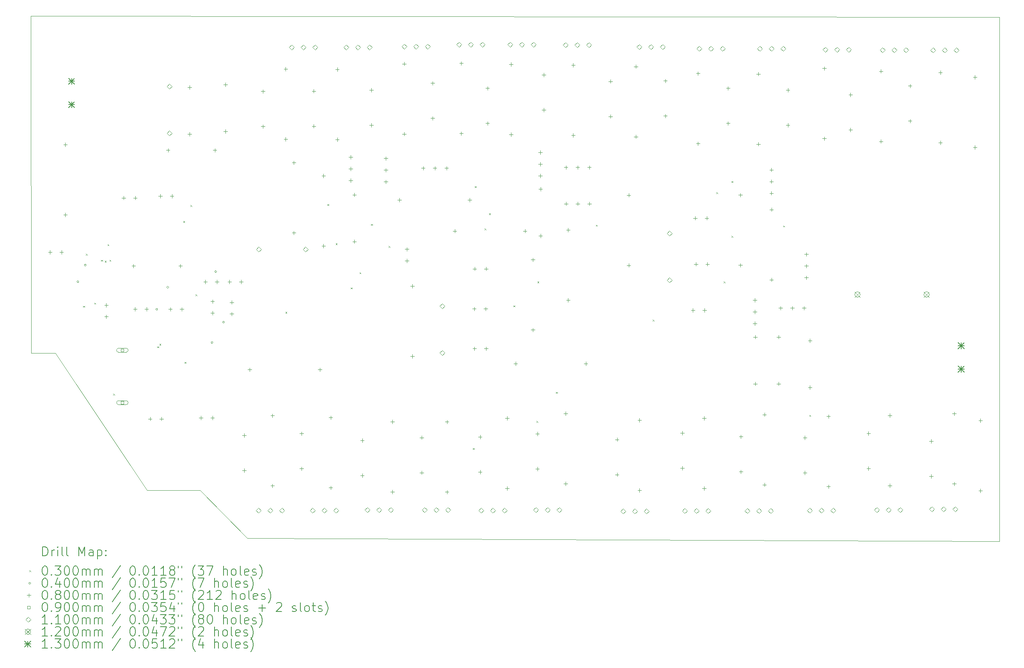
<source format=gbr>
%TF.GenerationSoftware,KiCad,Pcbnew,7.0.10*%
%TF.CreationDate,2024-05-18T17:59:14+03:00*%
%TF.ProjectId,Inverter,496e7665-7274-4657-922e-6b696361645f,rev?*%
%TF.SameCoordinates,Original*%
%TF.FileFunction,Drillmap*%
%TF.FilePolarity,Positive*%
%FSLAX45Y45*%
G04 Gerber Fmt 4.5, Leading zero omitted, Abs format (unit mm)*
G04 Created by KiCad (PCBNEW 7.0.10) date 2024-05-18 17:59:14*
%MOMM*%
%LPD*%
G01*
G04 APERTURE LIST*
%ADD10C,0.100000*%
%ADD11C,0.200000*%
%ADD12C,0.110000*%
%ADD13C,0.120000*%
%ADD14C,0.130000*%
G04 APERTURE END LIST*
D10*
X24600000Y-3200000D02*
X24600000Y-14590000D01*
X8280000Y-14520000D01*
X7250000Y-13480000D01*
X6100000Y-13480000D01*
X4110000Y-10500000D01*
X3590000Y-10500000D01*
X3580000Y-3180000D01*
X24600000Y-3200000D01*
D11*
D10*
X4715000Y-9475000D02*
X4745000Y-9505000D01*
X4745000Y-9475000D02*
X4715000Y-9505000D01*
X4775000Y-8345000D02*
X4805000Y-8375000D01*
X4805000Y-8345000D02*
X4775000Y-8375000D01*
X4955000Y-9405000D02*
X4985000Y-9435000D01*
X4985000Y-9405000D02*
X4955000Y-9435000D01*
X5105000Y-8475000D02*
X5135000Y-8505000D01*
X5135000Y-8475000D02*
X5105000Y-8505000D01*
X5185000Y-8495000D02*
X5215000Y-8525000D01*
X5215000Y-8495000D02*
X5185000Y-8525000D01*
X5245000Y-8135000D02*
X5275000Y-8165000D01*
X5275000Y-8135000D02*
X5245000Y-8165000D01*
X5285000Y-8475000D02*
X5315000Y-8505000D01*
X5315000Y-8475000D02*
X5285000Y-8505000D01*
X5365000Y-11385000D02*
X5395000Y-11415000D01*
X5395000Y-11385000D02*
X5365000Y-11415000D01*
X6325000Y-10355000D02*
X6355000Y-10385000D01*
X6355000Y-10355000D02*
X6325000Y-10385000D01*
X6369497Y-10300503D02*
X6399497Y-10330503D01*
X6399497Y-10300503D02*
X6369497Y-10330503D01*
X6885000Y-7635000D02*
X6915000Y-7665000D01*
X6915000Y-7635000D02*
X6885000Y-7665000D01*
X6915000Y-10695000D02*
X6945000Y-10725000D01*
X6945000Y-10695000D02*
X6915000Y-10725000D01*
X7045000Y-7285000D02*
X7075000Y-7315000D01*
X7075000Y-7285000D02*
X7045000Y-7315000D01*
X7155000Y-9225000D02*
X7185000Y-9255000D01*
X7185000Y-9225000D02*
X7155000Y-9255000D01*
X9105000Y-9605000D02*
X9135000Y-9635000D01*
X9135000Y-9605000D02*
X9105000Y-9635000D01*
X10015000Y-7265000D02*
X10045000Y-7295000D01*
X10045000Y-7265000D02*
X10015000Y-7295000D01*
X10195000Y-8115000D02*
X10225000Y-8145000D01*
X10225000Y-8115000D02*
X10195000Y-8145000D01*
X10525000Y-9075000D02*
X10555000Y-9105000D01*
X10555000Y-9075000D02*
X10525000Y-9105000D01*
X10715000Y-8745000D02*
X10745000Y-8775000D01*
X10745000Y-8745000D02*
X10715000Y-8775000D01*
X10965000Y-7695000D02*
X10995000Y-7725000D01*
X10995000Y-7695000D02*
X10965000Y-7725000D01*
X11345000Y-8175000D02*
X11375000Y-8205000D01*
X11375000Y-8175000D02*
X11345000Y-8205000D01*
X13175000Y-12565000D02*
X13205000Y-12595000D01*
X13205000Y-12565000D02*
X13175000Y-12595000D01*
X13215000Y-6875000D02*
X13245000Y-6905000D01*
X13245000Y-6875000D02*
X13215000Y-6905000D01*
X13425000Y-7795000D02*
X13455000Y-7825000D01*
X13455000Y-7795000D02*
X13425000Y-7825000D01*
X13525000Y-7465000D02*
X13555000Y-7495000D01*
X13555000Y-7465000D02*
X13525000Y-7495000D01*
X14055000Y-9465000D02*
X14085000Y-9495000D01*
X14085000Y-9465000D02*
X14055000Y-9495000D01*
X14555000Y-11975000D02*
X14585000Y-12005000D01*
X14585000Y-11975000D02*
X14555000Y-12005000D01*
X14575000Y-8945000D02*
X14605000Y-8975000D01*
X14605000Y-8945000D02*
X14575000Y-8975000D01*
X14975000Y-11345000D02*
X15005000Y-11375000D01*
X15005000Y-11345000D02*
X14975000Y-11375000D01*
X15845000Y-7715000D02*
X15875000Y-7745000D01*
X15875000Y-7715000D02*
X15845000Y-7745000D01*
X17075000Y-9775000D02*
X17105000Y-9805000D01*
X17105000Y-9775000D02*
X17075000Y-9805000D01*
X18455000Y-7005000D02*
X18485000Y-7035000D01*
X18485000Y-7005000D02*
X18455000Y-7035000D01*
X18615000Y-8945000D02*
X18645000Y-8975000D01*
X18645000Y-8945000D02*
X18615000Y-8975000D01*
X18785000Y-6765000D02*
X18815000Y-6795000D01*
X18815000Y-6765000D02*
X18785000Y-6795000D01*
X18785000Y-7955000D02*
X18815000Y-7985000D01*
X18815000Y-7955000D02*
X18785000Y-7985000D01*
X19909000Y-7729000D02*
X19939000Y-7759000D01*
X19939000Y-7729000D02*
X19909000Y-7759000D01*
X20475000Y-11845000D02*
X20505000Y-11875000D01*
X20505000Y-11845000D02*
X20475000Y-11875000D01*
X4620000Y-8950000D02*
G75*
G03*
X4580000Y-8950000I-20000J0D01*
G01*
X4580000Y-8950000D02*
G75*
G03*
X4620000Y-8950000I20000J0D01*
G01*
X4780000Y-8590000D02*
G75*
G03*
X4740000Y-8590000I-20000J0D01*
G01*
X4740000Y-8590000D02*
G75*
G03*
X4780000Y-8590000I20000J0D01*
G01*
X6330000Y-9550000D02*
G75*
G03*
X6290000Y-9550000I-20000J0D01*
G01*
X6290000Y-9550000D02*
G75*
G03*
X6330000Y-9550000I20000J0D01*
G01*
X6570000Y-9070000D02*
G75*
G03*
X6530000Y-9070000I-20000J0D01*
G01*
X6530000Y-9070000D02*
G75*
G03*
X6570000Y-9070000I20000J0D01*
G01*
X7530000Y-10270000D02*
G75*
G03*
X7490000Y-10270000I-20000J0D01*
G01*
X7490000Y-10270000D02*
G75*
G03*
X7530000Y-10270000I20000J0D01*
G01*
X7610000Y-8730000D02*
G75*
G03*
X7570000Y-8730000I-20000J0D01*
G01*
X7570000Y-8730000D02*
G75*
G03*
X7610000Y-8730000I20000J0D01*
G01*
X7780000Y-9830000D02*
G75*
G03*
X7740000Y-9830000I-20000J0D01*
G01*
X7740000Y-9830000D02*
G75*
G03*
X7780000Y-9830000I20000J0D01*
G01*
X3995000Y-8268000D02*
X3995000Y-8348000D01*
X3955000Y-8308000D02*
X4035000Y-8308000D01*
X4245000Y-8268000D02*
X4245000Y-8348000D01*
X4205000Y-8308000D02*
X4285000Y-8308000D01*
X4326660Y-5929900D02*
X4326660Y-6009900D01*
X4286660Y-5969900D02*
X4366660Y-5969900D01*
X4326660Y-7453900D02*
X4326660Y-7533900D01*
X4286660Y-7493900D02*
X4366660Y-7493900D01*
X5215000Y-9418000D02*
X5215000Y-9498000D01*
X5175000Y-9458000D02*
X5255000Y-9458000D01*
X5215000Y-9668000D02*
X5215000Y-9748000D01*
X5175000Y-9708000D02*
X5255000Y-9708000D01*
X5595000Y-7088000D02*
X5595000Y-7168000D01*
X5555000Y-7128000D02*
X5635000Y-7128000D01*
X5807000Y-8568000D02*
X5807000Y-8648000D01*
X5767000Y-8608000D02*
X5847000Y-8608000D01*
X5840840Y-9503680D02*
X5840840Y-9583680D01*
X5800840Y-9543680D02*
X5880840Y-9543680D01*
X5845000Y-7088000D02*
X5845000Y-7168000D01*
X5805000Y-7128000D02*
X5885000Y-7128000D01*
X6090840Y-9503680D02*
X6090840Y-9583680D01*
X6050840Y-9543680D02*
X6130840Y-9543680D01*
X6165000Y-11888000D02*
X6165000Y-11968000D01*
X6125000Y-11928000D02*
X6205000Y-11928000D01*
X6390000Y-7048000D02*
X6390000Y-7128000D01*
X6350000Y-7088000D02*
X6430000Y-7088000D01*
X6415000Y-11888000D02*
X6415000Y-11968000D01*
X6375000Y-11928000D02*
X6455000Y-11928000D01*
X6555900Y-6053940D02*
X6555900Y-6133940D01*
X6515900Y-6093940D02*
X6595900Y-6093940D01*
X6605000Y-9508000D02*
X6605000Y-9588000D01*
X6565000Y-9548000D02*
X6645000Y-9548000D01*
X6640000Y-7048000D02*
X6640000Y-7128000D01*
X6600000Y-7088000D02*
X6680000Y-7088000D01*
X6823000Y-8568000D02*
X6823000Y-8648000D01*
X6783000Y-8608000D02*
X6863000Y-8608000D01*
X6855000Y-9508000D02*
X6855000Y-9588000D01*
X6815000Y-9548000D02*
X6895000Y-9548000D01*
X7023900Y-4685940D02*
X7023900Y-4765940D01*
X6983900Y-4725940D02*
X7063900Y-4725940D01*
X7023900Y-5701940D02*
X7023900Y-5781940D01*
X6983900Y-5741940D02*
X7063900Y-5741940D01*
X7270000Y-11868000D02*
X7270000Y-11948000D01*
X7230000Y-11908000D02*
X7310000Y-11908000D01*
X7364900Y-8910300D02*
X7364900Y-8990300D01*
X7324900Y-8950300D02*
X7404900Y-8950300D01*
X7520000Y-9338000D02*
X7520000Y-9418000D01*
X7480000Y-9378000D02*
X7560000Y-9378000D01*
X7520000Y-9588000D02*
X7520000Y-9668000D01*
X7480000Y-9628000D02*
X7560000Y-9628000D01*
X7520000Y-11868000D02*
X7520000Y-11948000D01*
X7480000Y-11908000D02*
X7560000Y-11908000D01*
X7571900Y-6053940D02*
X7571900Y-6133940D01*
X7531900Y-6093940D02*
X7611900Y-6093940D01*
X7614900Y-8910300D02*
X7614900Y-8990300D01*
X7574900Y-8950300D02*
X7654900Y-8950300D01*
X7803900Y-4625940D02*
X7803900Y-4705940D01*
X7763900Y-4665940D02*
X7843900Y-4665940D01*
X7803900Y-5641940D02*
X7803900Y-5721940D01*
X7763900Y-5681940D02*
X7843900Y-5681940D01*
X7890000Y-8913000D02*
X7890000Y-8993000D01*
X7850000Y-8953000D02*
X7930000Y-8953000D01*
X7940000Y-9358000D02*
X7940000Y-9438000D01*
X7900000Y-9398000D02*
X7980000Y-9398000D01*
X7940000Y-9608000D02*
X7940000Y-9688000D01*
X7900000Y-9648000D02*
X7980000Y-9648000D01*
X8140000Y-8913000D02*
X8140000Y-8993000D01*
X8100000Y-8953000D02*
X8180000Y-8953000D01*
X8207740Y-12247280D02*
X8207740Y-12327280D01*
X8167740Y-12287280D02*
X8247740Y-12287280D01*
X8207740Y-13009280D02*
X8207740Y-13089280D01*
X8167740Y-13049280D02*
X8247740Y-13049280D01*
X8328000Y-10820000D02*
X8328000Y-10900000D01*
X8288000Y-10860000D02*
X8368000Y-10860000D01*
X8616100Y-4775040D02*
X8616100Y-4855040D01*
X8576100Y-4815040D02*
X8656100Y-4815040D01*
X8616100Y-5537040D02*
X8616100Y-5617040D01*
X8576100Y-5577040D02*
X8656100Y-5577040D01*
X8822420Y-11818020D02*
X8822420Y-11898020D01*
X8782420Y-11858020D02*
X8862420Y-11858020D01*
X8822420Y-13342020D02*
X8822420Y-13422020D01*
X8782420Y-13382020D02*
X8862420Y-13382020D01*
X9110000Y-4287360D02*
X9110000Y-4367360D01*
X9070000Y-4327360D02*
X9150000Y-4327360D01*
X9110000Y-5811360D02*
X9110000Y-5891360D01*
X9070000Y-5851360D02*
X9150000Y-5851360D01*
X9286600Y-6325040D02*
X9286600Y-6405040D01*
X9246600Y-6365040D02*
X9326600Y-6365040D01*
X9286600Y-7849040D02*
X9286600Y-7929040D01*
X9246600Y-7889040D02*
X9326600Y-7889040D01*
X9452340Y-12209180D02*
X9452340Y-12289180D01*
X9412340Y-12249180D02*
X9492340Y-12249180D01*
X9452340Y-12971180D02*
X9452340Y-13051180D01*
X9412340Y-13011180D02*
X9492340Y-13011180D01*
X9720000Y-4768000D02*
X9720000Y-4848000D01*
X9680000Y-4808000D02*
X9760000Y-4808000D01*
X9720000Y-5530000D02*
X9720000Y-5610000D01*
X9680000Y-5570000D02*
X9760000Y-5570000D01*
X9852000Y-10820000D02*
X9852000Y-10900000D01*
X9812000Y-10860000D02*
X9892000Y-10860000D01*
X9931760Y-6609520D02*
X9931760Y-6689520D01*
X9891760Y-6649520D02*
X9971760Y-6649520D01*
X9931760Y-8133520D02*
X9931760Y-8213520D01*
X9891760Y-8173520D02*
X9971760Y-8173520D01*
X10084800Y-11861200D02*
X10084800Y-11941200D01*
X10044800Y-11901200D02*
X10124800Y-11901200D01*
X10084800Y-13385200D02*
X10084800Y-13465200D01*
X10044800Y-13425200D02*
X10124800Y-13425200D01*
X10230000Y-4296000D02*
X10230000Y-4376000D01*
X10190000Y-4336000D02*
X10270000Y-4336000D01*
X10230000Y-5820000D02*
X10230000Y-5900000D01*
X10190000Y-5860000D02*
X10270000Y-5860000D01*
X10521480Y-6203120D02*
X10521480Y-6283120D01*
X10481480Y-6243120D02*
X10561480Y-6243120D01*
X10521480Y-6457120D02*
X10521480Y-6537120D01*
X10481480Y-6497120D02*
X10561480Y-6497120D01*
X10521480Y-6711120D02*
X10521480Y-6791120D01*
X10481480Y-6751120D02*
X10561480Y-6751120D01*
X10600000Y-7020000D02*
X10600000Y-7100000D01*
X10560000Y-7060000D02*
X10640000Y-7060000D01*
X10600000Y-8036000D02*
X10600000Y-8116000D01*
X10560000Y-8076000D02*
X10640000Y-8076000D01*
X10770600Y-12356500D02*
X10770600Y-12436500D01*
X10730600Y-12396500D02*
X10810600Y-12396500D01*
X10770600Y-13118500D02*
X10770600Y-13198500D01*
X10730600Y-13158500D02*
X10810600Y-13158500D01*
X10970000Y-4747000D02*
X10970000Y-4827000D01*
X10930000Y-4787000D02*
X11010000Y-4787000D01*
X10970000Y-5509000D02*
X10970000Y-5589000D01*
X10930000Y-5549000D02*
X11010000Y-5549000D01*
X11283480Y-6231060D02*
X11283480Y-6311060D01*
X11243480Y-6271060D02*
X11323480Y-6271060D01*
X11283480Y-6485060D02*
X11283480Y-6565060D01*
X11243480Y-6525060D02*
X11323480Y-6525060D01*
X11283480Y-6739060D02*
X11283480Y-6819060D01*
X11243480Y-6779060D02*
X11323480Y-6779060D01*
X11425920Y-11952640D02*
X11425920Y-12032640D01*
X11385920Y-11992640D02*
X11465920Y-11992640D01*
X11425920Y-13476640D02*
X11425920Y-13556640D01*
X11385920Y-13516640D02*
X11465920Y-13516640D01*
X11580220Y-7135300D02*
X11580220Y-7215300D01*
X11540220Y-7175300D02*
X11620220Y-7175300D01*
X11680000Y-4176000D02*
X11680000Y-4256000D01*
X11640000Y-4216000D02*
X11720000Y-4216000D01*
X11680000Y-5700000D02*
X11680000Y-5780000D01*
X11640000Y-5740000D02*
X11720000Y-5740000D01*
X11740000Y-8203000D02*
X11740000Y-8283000D01*
X11700000Y-8243000D02*
X11780000Y-8243000D01*
X11740000Y-8453000D02*
X11740000Y-8533000D01*
X11700000Y-8493000D02*
X11780000Y-8493000D01*
X11860000Y-9006000D02*
X11860000Y-9086000D01*
X11820000Y-9046000D02*
X11900000Y-9046000D01*
X11860000Y-10530000D02*
X11860000Y-10610000D01*
X11820000Y-10570000D02*
X11900000Y-10570000D01*
X12060920Y-12295540D02*
X12060920Y-12375540D01*
X12020920Y-12335540D02*
X12100920Y-12335540D01*
X12060920Y-13057540D02*
X12060920Y-13137540D01*
X12020920Y-13097540D02*
X12100920Y-13097540D01*
X12093300Y-6442320D02*
X12093300Y-6522320D01*
X12053300Y-6482320D02*
X12133300Y-6482320D01*
X12300000Y-4597000D02*
X12300000Y-4677000D01*
X12260000Y-4637000D02*
X12340000Y-4637000D01*
X12300000Y-5359000D02*
X12300000Y-5439000D01*
X12260000Y-5399000D02*
X12340000Y-5399000D01*
X12347300Y-6442320D02*
X12347300Y-6522320D01*
X12307300Y-6482320D02*
X12387300Y-6482320D01*
X12601300Y-6442320D02*
X12601300Y-6522320D01*
X12561300Y-6482320D02*
X12641300Y-6482320D01*
X12609560Y-11955180D02*
X12609560Y-12035180D01*
X12569560Y-11995180D02*
X12649560Y-11995180D01*
X12609560Y-13479180D02*
X12609560Y-13559180D01*
X12569560Y-13519180D02*
X12649560Y-13519180D01*
X12778000Y-7808000D02*
X12778000Y-7888000D01*
X12738000Y-7848000D02*
X12818000Y-7848000D01*
X12920000Y-4166000D02*
X12920000Y-4246000D01*
X12880000Y-4206000D02*
X12960000Y-4206000D01*
X12920000Y-5690000D02*
X12920000Y-5770000D01*
X12880000Y-5730000D02*
X12960000Y-5730000D01*
X13104220Y-7135300D02*
X13104220Y-7215300D01*
X13064220Y-7175300D02*
X13144220Y-7175300D01*
X13201882Y-9500040D02*
X13201882Y-9580040D01*
X13161882Y-9540040D02*
X13241882Y-9540040D01*
X13207280Y-10363640D02*
X13207280Y-10443640D01*
X13167280Y-10403640D02*
X13247280Y-10403640D01*
X13209502Y-8628820D02*
X13209502Y-8708820D01*
X13169502Y-8668820D02*
X13249502Y-8668820D01*
X13328380Y-12280300D02*
X13328380Y-12360300D01*
X13288380Y-12320300D02*
X13368380Y-12320300D01*
X13328380Y-13042300D02*
X13328380Y-13122300D01*
X13288380Y-13082300D02*
X13368380Y-13082300D01*
X13451882Y-9500040D02*
X13451882Y-9580040D01*
X13411882Y-9540040D02*
X13491882Y-9540040D01*
X13457280Y-10363640D02*
X13457280Y-10443640D01*
X13417280Y-10403640D02*
X13497280Y-10403640D01*
X13459502Y-8628820D02*
X13459502Y-8708820D01*
X13419502Y-8668820D02*
X13499502Y-8668820D01*
X13490000Y-4707000D02*
X13490000Y-4787000D01*
X13450000Y-4747000D02*
X13530000Y-4747000D01*
X13490000Y-5469000D02*
X13490000Y-5549000D01*
X13450000Y-5509000D02*
X13530000Y-5509000D01*
X13917660Y-11873900D02*
X13917660Y-11953900D01*
X13877660Y-11913900D02*
X13957660Y-11913900D01*
X13917660Y-13397900D02*
X13917660Y-13477900D01*
X13877660Y-13437900D02*
X13957660Y-13437900D01*
X14000000Y-4186000D02*
X14000000Y-4266000D01*
X13960000Y-4226000D02*
X14040000Y-4226000D01*
X14000000Y-5710000D02*
X14000000Y-5790000D01*
X13960000Y-5750000D02*
X14040000Y-5750000D01*
X14098000Y-10688000D02*
X14098000Y-10768000D01*
X14058000Y-10728000D02*
X14138000Y-10728000D01*
X14302000Y-7808000D02*
X14302000Y-7888000D01*
X14262000Y-7848000D02*
X14342000Y-7848000D01*
X14473280Y-8433240D02*
X14473280Y-8513240D01*
X14433280Y-8473240D02*
X14513280Y-8473240D01*
X14473280Y-9957240D02*
X14473280Y-10037240D01*
X14433280Y-9997240D02*
X14513280Y-9997240D01*
X14572980Y-12214260D02*
X14572980Y-12294260D01*
X14532980Y-12254260D02*
X14612980Y-12254260D01*
X14572980Y-12976260D02*
X14572980Y-13056260D01*
X14532980Y-13016260D02*
X14612980Y-13016260D01*
X14633740Y-6101520D02*
X14633740Y-6181520D01*
X14593740Y-6141520D02*
X14673740Y-6141520D01*
X14633740Y-6355520D02*
X14633740Y-6435520D01*
X14593740Y-6395520D02*
X14673740Y-6395520D01*
X14633740Y-6609520D02*
X14633740Y-6689520D01*
X14593740Y-6649520D02*
X14673740Y-6649520D01*
X14640920Y-6896540D02*
X14640920Y-6976540D01*
X14600920Y-6936540D02*
X14680920Y-6936540D01*
X14640920Y-7912540D02*
X14640920Y-7992540D01*
X14600920Y-7952540D02*
X14680920Y-7952540D01*
X14710000Y-4417000D02*
X14710000Y-4497000D01*
X14670000Y-4457000D02*
X14750000Y-4457000D01*
X14710000Y-5179000D02*
X14710000Y-5259000D01*
X14670000Y-5219000D02*
X14750000Y-5219000D01*
X15185120Y-11774840D02*
X15185120Y-11854840D01*
X15145120Y-11814840D02*
X15225120Y-11814840D01*
X15185120Y-13298840D02*
X15185120Y-13378840D01*
X15145120Y-13338840D02*
X15225120Y-13338840D01*
X15192100Y-6426640D02*
X15192100Y-6506640D01*
X15152100Y-6466640D02*
X15232100Y-6466640D01*
X15194640Y-7214480D02*
X15194640Y-7294480D01*
X15154640Y-7254480D02*
X15234640Y-7254480D01*
X15240000Y-7786000D02*
X15240000Y-7866000D01*
X15200000Y-7826000D02*
X15280000Y-7826000D01*
X15240000Y-9310000D02*
X15240000Y-9390000D01*
X15200000Y-9350000D02*
X15280000Y-9350000D01*
X15350000Y-4206000D02*
X15350000Y-4286000D01*
X15310000Y-4246000D02*
X15390000Y-4246000D01*
X15350000Y-5730000D02*
X15350000Y-5810000D01*
X15310000Y-5770000D02*
X15390000Y-5770000D01*
X15446100Y-6426640D02*
X15446100Y-6506640D01*
X15406100Y-6466640D02*
X15486100Y-6466640D01*
X15448640Y-7214480D02*
X15448640Y-7294480D01*
X15408640Y-7254480D02*
X15488640Y-7254480D01*
X15622000Y-10688000D02*
X15622000Y-10768000D01*
X15582000Y-10728000D02*
X15662000Y-10728000D01*
X15700100Y-6426640D02*
X15700100Y-6506640D01*
X15660100Y-6466640D02*
X15740100Y-6466640D01*
X15702640Y-7214480D02*
X15702640Y-7294480D01*
X15662640Y-7254480D02*
X15742640Y-7254480D01*
X16160000Y-4557000D02*
X16160000Y-4637000D01*
X16120000Y-4597000D02*
X16200000Y-4597000D01*
X16160000Y-5319000D02*
X16160000Y-5399000D01*
X16120000Y-5359000D02*
X16200000Y-5359000D01*
X16301060Y-12338720D02*
X16301060Y-12418720D01*
X16261060Y-12378720D02*
X16341060Y-12378720D01*
X16301060Y-13100720D02*
X16301060Y-13180720D01*
X16261060Y-13140720D02*
X16341060Y-13140720D01*
X16553540Y-7028620D02*
X16553540Y-7108620D01*
X16513540Y-7068620D02*
X16593540Y-7068620D01*
X16553540Y-8552620D02*
X16553540Y-8632620D01*
X16513540Y-8592620D02*
X16593540Y-8592620D01*
X16710000Y-4236000D02*
X16710000Y-4316000D01*
X16670000Y-4276000D02*
X16750000Y-4276000D01*
X16710000Y-5760000D02*
X16710000Y-5840000D01*
X16670000Y-5800000D02*
X16750000Y-5800000D01*
X16790000Y-11916000D02*
X16790000Y-11996000D01*
X16750000Y-11956000D02*
X16830000Y-11956000D01*
X16790000Y-13440000D02*
X16790000Y-13520000D01*
X16750000Y-13480000D02*
X16830000Y-13480000D01*
X17350000Y-4547000D02*
X17350000Y-4627000D01*
X17310000Y-4587000D02*
X17390000Y-4587000D01*
X17350000Y-5309000D02*
X17350000Y-5389000D01*
X17310000Y-5349000D02*
X17390000Y-5349000D01*
X17715840Y-12196480D02*
X17715840Y-12276480D01*
X17675840Y-12236480D02*
X17755840Y-12236480D01*
X17715840Y-12958480D02*
X17715840Y-13038480D01*
X17675840Y-12998480D02*
X17755840Y-12998480D01*
X17950000Y-9528000D02*
X17950000Y-9608000D01*
X17910000Y-9568000D02*
X17990000Y-9568000D01*
X17997402Y-7528000D02*
X17997402Y-7608000D01*
X17957402Y-7568000D02*
X18037402Y-7568000D01*
X18012642Y-8528000D02*
X18012642Y-8608000D01*
X17972642Y-8568000D02*
X18052642Y-8568000D01*
X18060000Y-4386000D02*
X18060000Y-4466000D01*
X18020000Y-4426000D02*
X18100000Y-4426000D01*
X18060000Y-5910000D02*
X18060000Y-5990000D01*
X18020000Y-5950000D02*
X18100000Y-5950000D01*
X18190000Y-11876000D02*
X18190000Y-11956000D01*
X18150000Y-11916000D02*
X18230000Y-11916000D01*
X18190000Y-13400000D02*
X18190000Y-13480000D01*
X18150000Y-13440000D02*
X18230000Y-13440000D01*
X18200000Y-9528000D02*
X18200000Y-9608000D01*
X18160000Y-9568000D02*
X18240000Y-9568000D01*
X18247402Y-7528000D02*
X18247402Y-7608000D01*
X18207402Y-7568000D02*
X18287402Y-7568000D01*
X18262642Y-8528000D02*
X18262642Y-8608000D01*
X18222642Y-8568000D02*
X18302642Y-8568000D01*
X18710000Y-4707000D02*
X18710000Y-4787000D01*
X18670000Y-4747000D02*
X18750000Y-4747000D01*
X18710000Y-5469000D02*
X18710000Y-5549000D01*
X18670000Y-5509000D02*
X18750000Y-5509000D01*
X18980000Y-7026000D02*
X18980000Y-7106000D01*
X18940000Y-7066000D02*
X19020000Y-7066000D01*
X18980000Y-8550000D02*
X18980000Y-8630000D01*
X18940000Y-8590000D02*
X19020000Y-8590000D01*
X18990000Y-12276000D02*
X18990000Y-12356000D01*
X18950000Y-12316000D02*
X19030000Y-12316000D01*
X18990000Y-13038000D02*
X18990000Y-13118000D01*
X18950000Y-13078000D02*
X19030000Y-13078000D01*
X19291840Y-9309360D02*
X19291840Y-9389360D01*
X19251840Y-9349360D02*
X19331840Y-9349360D01*
X19291840Y-9563360D02*
X19291840Y-9643360D01*
X19251840Y-9603360D02*
X19331840Y-9603360D01*
X19291840Y-9817360D02*
X19291840Y-9897360D01*
X19251840Y-9857360D02*
X19331840Y-9857360D01*
X19302000Y-10112000D02*
X19302000Y-10192000D01*
X19262000Y-10152000D02*
X19342000Y-10152000D01*
X19302000Y-11128000D02*
X19302000Y-11208000D01*
X19262000Y-11168000D02*
X19342000Y-11168000D01*
X19370000Y-4396000D02*
X19370000Y-4476000D01*
X19330000Y-4436000D02*
X19410000Y-4436000D01*
X19370000Y-5920000D02*
X19370000Y-6000000D01*
X19330000Y-5960000D02*
X19410000Y-5960000D01*
X19500000Y-11796000D02*
X19500000Y-11876000D01*
X19460000Y-11836000D02*
X19540000Y-11836000D01*
X19500000Y-13320000D02*
X19500000Y-13400000D01*
X19460000Y-13360000D02*
X19540000Y-13360000D01*
X19650320Y-6478280D02*
X19650320Y-6558280D01*
X19610320Y-6518280D02*
X19690320Y-6518280D01*
X19650320Y-6732280D02*
X19650320Y-6812280D01*
X19610320Y-6772280D02*
X19690320Y-6772280D01*
X19650320Y-6986280D02*
X19650320Y-7066280D01*
X19610320Y-7026280D02*
X19690320Y-7026280D01*
X19653300Y-7341880D02*
X19653300Y-7421880D01*
X19613300Y-7381880D02*
X19693300Y-7381880D01*
X19653300Y-8865880D02*
X19653300Y-8945880D01*
X19613300Y-8905880D02*
X19693300Y-8905880D01*
X19810000Y-10112000D02*
X19810000Y-10192000D01*
X19770000Y-10152000D02*
X19850000Y-10152000D01*
X19810000Y-11128000D02*
X19810000Y-11208000D01*
X19770000Y-11168000D02*
X19850000Y-11168000D01*
X19850640Y-9482080D02*
X19850640Y-9562080D01*
X19810640Y-9522080D02*
X19890640Y-9522080D01*
X20010000Y-4747000D02*
X20010000Y-4827000D01*
X19970000Y-4787000D02*
X20050000Y-4787000D01*
X20010000Y-5509000D02*
X20010000Y-5589000D01*
X19970000Y-5549000D02*
X20050000Y-5549000D01*
X20104640Y-9482080D02*
X20104640Y-9562080D01*
X20064640Y-9522080D02*
X20144640Y-9522080D01*
X20358640Y-9482080D02*
X20358640Y-9562080D01*
X20318640Y-9522080D02*
X20398640Y-9522080D01*
X20380000Y-12297000D02*
X20380000Y-12377000D01*
X20340000Y-12337000D02*
X20420000Y-12337000D01*
X20380000Y-13059000D02*
X20380000Y-13139000D01*
X20340000Y-13099000D02*
X20420000Y-13099000D01*
X20410000Y-8314000D02*
X20410000Y-8394000D01*
X20370000Y-8354000D02*
X20450000Y-8354000D01*
X20410000Y-8568000D02*
X20410000Y-8648000D01*
X20370000Y-8608000D02*
X20450000Y-8608000D01*
X20410000Y-8822000D02*
X20410000Y-8902000D01*
X20370000Y-8862000D02*
X20450000Y-8862000D01*
X20490000Y-10192000D02*
X20490000Y-10272000D01*
X20450000Y-10232000D02*
X20530000Y-10232000D01*
X20490000Y-11208000D02*
X20490000Y-11288000D01*
X20450000Y-11248000D02*
X20530000Y-11248000D01*
X20800000Y-4276000D02*
X20800000Y-4356000D01*
X20760000Y-4316000D02*
X20840000Y-4316000D01*
X20800000Y-5800000D02*
X20800000Y-5880000D01*
X20760000Y-5840000D02*
X20840000Y-5840000D01*
X20890000Y-11836000D02*
X20890000Y-11916000D01*
X20850000Y-11876000D02*
X20930000Y-11876000D01*
X20890000Y-13360000D02*
X20890000Y-13440000D01*
X20850000Y-13400000D02*
X20930000Y-13400000D01*
X21370000Y-4848000D02*
X21370000Y-4928000D01*
X21330000Y-4888000D02*
X21410000Y-4888000D01*
X21370000Y-5610000D02*
X21370000Y-5690000D01*
X21330000Y-5650000D02*
X21410000Y-5650000D01*
X21760000Y-12206000D02*
X21760000Y-12286000D01*
X21720000Y-12246000D02*
X21800000Y-12246000D01*
X21760000Y-12968000D02*
X21760000Y-13048000D01*
X21720000Y-13008000D02*
X21800000Y-13008000D01*
X22030000Y-4336000D02*
X22030000Y-4416000D01*
X21990000Y-4376000D02*
X22070000Y-4376000D01*
X22030000Y-5860000D02*
X22030000Y-5940000D01*
X21990000Y-5900000D02*
X22070000Y-5900000D01*
X22220000Y-11816000D02*
X22220000Y-11896000D01*
X22180000Y-11856000D02*
X22260000Y-11856000D01*
X22220000Y-13340000D02*
X22220000Y-13420000D01*
X22180000Y-13380000D02*
X22260000Y-13380000D01*
X22660000Y-4657000D02*
X22660000Y-4737000D01*
X22620000Y-4697000D02*
X22700000Y-4697000D01*
X22660000Y-5419000D02*
X22660000Y-5499000D01*
X22620000Y-5459000D02*
X22700000Y-5459000D01*
X23118420Y-12374280D02*
X23118420Y-12454280D01*
X23078420Y-12414280D02*
X23158420Y-12414280D01*
X23118420Y-13136280D02*
X23118420Y-13216280D01*
X23078420Y-13176280D02*
X23158420Y-13176280D01*
X23320000Y-4366000D02*
X23320000Y-4446000D01*
X23280000Y-4406000D02*
X23360000Y-4406000D01*
X23320000Y-5890000D02*
X23320000Y-5970000D01*
X23280000Y-5930000D02*
X23360000Y-5930000D01*
X23620000Y-11776000D02*
X23620000Y-11856000D01*
X23580000Y-11816000D02*
X23660000Y-11816000D01*
X23620000Y-13300000D02*
X23620000Y-13380000D01*
X23580000Y-13340000D02*
X23660000Y-13340000D01*
X24070000Y-4466000D02*
X24070000Y-4546000D01*
X24030000Y-4506000D02*
X24110000Y-4506000D01*
X24070000Y-5990000D02*
X24070000Y-6070000D01*
X24030000Y-6030000D02*
X24110000Y-6030000D01*
X24190000Y-11926000D02*
X24190000Y-12006000D01*
X24150000Y-11966000D02*
X24230000Y-11966000D01*
X24190000Y-13450000D02*
X24190000Y-13530000D01*
X24150000Y-13490000D02*
X24230000Y-13490000D01*
X5596820Y-10469820D02*
X5596820Y-10406180D01*
X5533180Y-10406180D01*
X5533180Y-10469820D01*
X5596820Y-10469820D01*
X5645000Y-10393000D02*
X5485000Y-10393000D01*
X5485000Y-10393000D02*
G75*
G03*
X5485000Y-10483000I0J-45000D01*
G01*
X5485000Y-10483000D02*
X5645000Y-10483000D01*
X5645000Y-10483000D02*
G75*
G03*
X5645000Y-10393000I0J45000D01*
G01*
X5596820Y-11609820D02*
X5596820Y-11546180D01*
X5533180Y-11546180D01*
X5533180Y-11609820D01*
X5596820Y-11609820D01*
X5645000Y-11533000D02*
X5485000Y-11533000D01*
X5485000Y-11533000D02*
G75*
G03*
X5485000Y-11623000I0J-45000D01*
G01*
X5485000Y-11623000D02*
X5645000Y-11623000D01*
X5645000Y-11623000D02*
G75*
G03*
X5645000Y-11533000I0J45000D01*
G01*
D12*
X6583900Y-4760940D02*
X6638900Y-4705940D01*
X6583900Y-4650940D01*
X6528900Y-4705940D01*
X6583900Y-4760940D01*
X6583900Y-5776940D02*
X6638900Y-5721940D01*
X6583900Y-5666940D01*
X6528900Y-5721940D01*
X6583900Y-5776940D01*
X8522000Y-13973000D02*
X8577000Y-13918000D01*
X8522000Y-13863000D01*
X8467000Y-13918000D01*
X8522000Y-13973000D01*
X8524000Y-8303000D02*
X8579000Y-8248000D01*
X8524000Y-8193000D01*
X8469000Y-8248000D01*
X8524000Y-8303000D01*
X8776000Y-13973000D02*
X8831000Y-13918000D01*
X8776000Y-13863000D01*
X8721000Y-13918000D01*
X8776000Y-13973000D01*
X9030000Y-13973000D02*
X9085000Y-13918000D01*
X9030000Y-13863000D01*
X8975000Y-13918000D01*
X9030000Y-13973000D01*
X9242000Y-3913000D02*
X9297000Y-3858000D01*
X9242000Y-3803000D01*
X9187000Y-3858000D01*
X9242000Y-3913000D01*
X9496000Y-3913000D02*
X9551000Y-3858000D01*
X9496000Y-3803000D01*
X9441000Y-3858000D01*
X9496000Y-3913000D01*
X9540000Y-8303000D02*
X9595000Y-8248000D01*
X9540000Y-8193000D01*
X9485000Y-8248000D01*
X9540000Y-8303000D01*
X9692000Y-13973000D02*
X9747000Y-13918000D01*
X9692000Y-13863000D01*
X9637000Y-13918000D01*
X9692000Y-13973000D01*
X9750000Y-3913000D02*
X9805000Y-3858000D01*
X9750000Y-3803000D01*
X9695000Y-3858000D01*
X9750000Y-3913000D01*
X9946000Y-13973000D02*
X10001000Y-13918000D01*
X9946000Y-13863000D01*
X9891000Y-13918000D01*
X9946000Y-13973000D01*
X10200000Y-13973000D02*
X10255000Y-13918000D01*
X10200000Y-13863000D01*
X10145000Y-13918000D01*
X10200000Y-13973000D01*
X10422000Y-3913000D02*
X10477000Y-3858000D01*
X10422000Y-3803000D01*
X10367000Y-3858000D01*
X10422000Y-3913000D01*
X10676000Y-3913000D02*
X10731000Y-3858000D01*
X10676000Y-3803000D01*
X10621000Y-3858000D01*
X10676000Y-3913000D01*
X10882000Y-13963000D02*
X10937000Y-13908000D01*
X10882000Y-13853000D01*
X10827000Y-13908000D01*
X10882000Y-13963000D01*
X10930000Y-3913000D02*
X10985000Y-3858000D01*
X10930000Y-3803000D01*
X10875000Y-3858000D01*
X10930000Y-3913000D01*
X11136000Y-13963000D02*
X11191000Y-13908000D01*
X11136000Y-13853000D01*
X11081000Y-13908000D01*
X11136000Y-13963000D01*
X11390000Y-13963000D02*
X11445000Y-13908000D01*
X11390000Y-13853000D01*
X11335000Y-13908000D01*
X11390000Y-13963000D01*
X11682000Y-3893000D02*
X11737000Y-3838000D01*
X11682000Y-3783000D01*
X11627000Y-3838000D01*
X11682000Y-3893000D01*
X11936000Y-3893000D02*
X11991000Y-3838000D01*
X11936000Y-3783000D01*
X11881000Y-3838000D01*
X11936000Y-3893000D01*
X12122000Y-13963000D02*
X12177000Y-13908000D01*
X12122000Y-13853000D01*
X12067000Y-13908000D01*
X12122000Y-13963000D01*
X12190000Y-3893000D02*
X12245000Y-3838000D01*
X12190000Y-3783000D01*
X12135000Y-3838000D01*
X12190000Y-3893000D01*
X12376000Y-13963000D02*
X12431000Y-13908000D01*
X12376000Y-13853000D01*
X12321000Y-13908000D01*
X12376000Y-13963000D01*
X12507320Y-9534080D02*
X12562320Y-9479080D01*
X12507320Y-9424080D01*
X12452320Y-9479080D01*
X12507320Y-9534080D01*
X12507320Y-10550080D02*
X12562320Y-10495080D01*
X12507320Y-10440080D01*
X12452320Y-10495080D01*
X12507320Y-10550080D01*
X12630000Y-13963000D02*
X12685000Y-13908000D01*
X12630000Y-13853000D01*
X12575000Y-13908000D01*
X12630000Y-13963000D01*
X12872000Y-3853000D02*
X12927000Y-3798000D01*
X12872000Y-3743000D01*
X12817000Y-3798000D01*
X12872000Y-3853000D01*
X13126000Y-3853000D02*
X13181000Y-3798000D01*
X13126000Y-3743000D01*
X13071000Y-3798000D01*
X13126000Y-3853000D01*
X13352000Y-13973000D02*
X13407000Y-13918000D01*
X13352000Y-13863000D01*
X13297000Y-13918000D01*
X13352000Y-13973000D01*
X13380000Y-3853000D02*
X13435000Y-3798000D01*
X13380000Y-3743000D01*
X13325000Y-3798000D01*
X13380000Y-3853000D01*
X13606000Y-13973000D02*
X13661000Y-13918000D01*
X13606000Y-13863000D01*
X13551000Y-13918000D01*
X13606000Y-13973000D01*
X13860000Y-13973000D02*
X13915000Y-13918000D01*
X13860000Y-13863000D01*
X13805000Y-13918000D01*
X13860000Y-13973000D01*
X13982000Y-3853000D02*
X14037000Y-3798000D01*
X13982000Y-3743000D01*
X13927000Y-3798000D01*
X13982000Y-3853000D01*
X14236000Y-3853000D02*
X14291000Y-3798000D01*
X14236000Y-3743000D01*
X14181000Y-3798000D01*
X14236000Y-3853000D01*
X14490000Y-3853000D02*
X14545000Y-3798000D01*
X14490000Y-3743000D01*
X14435000Y-3798000D01*
X14490000Y-3853000D01*
X14542000Y-13963000D02*
X14597000Y-13908000D01*
X14542000Y-13853000D01*
X14487000Y-13908000D01*
X14542000Y-13963000D01*
X14796000Y-13963000D02*
X14851000Y-13908000D01*
X14796000Y-13853000D01*
X14741000Y-13908000D01*
X14796000Y-13963000D01*
X15050000Y-13963000D02*
X15105000Y-13908000D01*
X15050000Y-13853000D01*
X14995000Y-13908000D01*
X15050000Y-13963000D01*
X15182000Y-3863000D02*
X15237000Y-3808000D01*
X15182000Y-3753000D01*
X15127000Y-3808000D01*
X15182000Y-3863000D01*
X15436000Y-3863000D02*
X15491000Y-3808000D01*
X15436000Y-3753000D01*
X15381000Y-3808000D01*
X15436000Y-3863000D01*
X15690000Y-3863000D02*
X15745000Y-3808000D01*
X15690000Y-3753000D01*
X15635000Y-3808000D01*
X15690000Y-3863000D01*
X16432000Y-13993000D02*
X16487000Y-13938000D01*
X16432000Y-13883000D01*
X16377000Y-13938000D01*
X16432000Y-13993000D01*
X16686000Y-13993000D02*
X16741000Y-13938000D01*
X16686000Y-13883000D01*
X16631000Y-13938000D01*
X16686000Y-13993000D01*
X16782000Y-3903000D02*
X16837000Y-3848000D01*
X16782000Y-3793000D01*
X16727000Y-3848000D01*
X16782000Y-3903000D01*
X16940000Y-13993000D02*
X16995000Y-13938000D01*
X16940000Y-13883000D01*
X16885000Y-13938000D01*
X16940000Y-13993000D01*
X17036000Y-3903000D02*
X17091000Y-3848000D01*
X17036000Y-3793000D01*
X16981000Y-3848000D01*
X17036000Y-3903000D01*
X17290000Y-3903000D02*
X17345000Y-3848000D01*
X17290000Y-3793000D01*
X17235000Y-3848000D01*
X17290000Y-3903000D01*
X17440000Y-7955000D02*
X17495000Y-7900000D01*
X17440000Y-7845000D01*
X17385000Y-7900000D01*
X17440000Y-7955000D01*
X17440000Y-8971000D02*
X17495000Y-8916000D01*
X17440000Y-8861000D01*
X17385000Y-8916000D01*
X17440000Y-8971000D01*
X17772000Y-13983000D02*
X17827000Y-13928000D01*
X17772000Y-13873000D01*
X17717000Y-13928000D01*
X17772000Y-13983000D01*
X18026000Y-13983000D02*
X18081000Y-13928000D01*
X18026000Y-13873000D01*
X17971000Y-13928000D01*
X18026000Y-13983000D01*
X18082000Y-3943000D02*
X18137000Y-3888000D01*
X18082000Y-3833000D01*
X18027000Y-3888000D01*
X18082000Y-3943000D01*
X18280000Y-13983000D02*
X18335000Y-13928000D01*
X18280000Y-13873000D01*
X18225000Y-13928000D01*
X18280000Y-13983000D01*
X18336000Y-3943000D02*
X18391000Y-3888000D01*
X18336000Y-3833000D01*
X18281000Y-3888000D01*
X18336000Y-3943000D01*
X18590000Y-3943000D02*
X18645000Y-3888000D01*
X18590000Y-3833000D01*
X18535000Y-3888000D01*
X18590000Y-3943000D01*
X19130000Y-13983000D02*
X19185000Y-13928000D01*
X19130000Y-13873000D01*
X19075000Y-13928000D01*
X19130000Y-13983000D01*
X19384000Y-13983000D02*
X19439000Y-13928000D01*
X19384000Y-13873000D01*
X19329000Y-13928000D01*
X19384000Y-13983000D01*
X19402000Y-3943000D02*
X19457000Y-3888000D01*
X19402000Y-3833000D01*
X19347000Y-3888000D01*
X19402000Y-3943000D01*
X19638000Y-13983000D02*
X19693000Y-13928000D01*
X19638000Y-13873000D01*
X19583000Y-13928000D01*
X19638000Y-13983000D01*
X19656000Y-3943000D02*
X19711000Y-3888000D01*
X19656000Y-3833000D01*
X19601000Y-3888000D01*
X19656000Y-3943000D01*
X19910000Y-3943000D02*
X19965000Y-3888000D01*
X19910000Y-3833000D01*
X19855000Y-3888000D01*
X19910000Y-3943000D01*
X20482000Y-13973000D02*
X20537000Y-13918000D01*
X20482000Y-13863000D01*
X20427000Y-13918000D01*
X20482000Y-13973000D01*
X20736000Y-13973000D02*
X20791000Y-13918000D01*
X20736000Y-13863000D01*
X20681000Y-13918000D01*
X20736000Y-13973000D01*
X20822000Y-3963000D02*
X20877000Y-3908000D01*
X20822000Y-3853000D01*
X20767000Y-3908000D01*
X20822000Y-3963000D01*
X20990000Y-13973000D02*
X21045000Y-13918000D01*
X20990000Y-13863000D01*
X20935000Y-13918000D01*
X20990000Y-13973000D01*
X21076000Y-3963000D02*
X21131000Y-3908000D01*
X21076000Y-3853000D01*
X21021000Y-3908000D01*
X21076000Y-3963000D01*
X21330000Y-3963000D02*
X21385000Y-3908000D01*
X21330000Y-3853000D01*
X21275000Y-3908000D01*
X21330000Y-3963000D01*
X21942000Y-13963000D02*
X21997000Y-13908000D01*
X21942000Y-13853000D01*
X21887000Y-13908000D01*
X21942000Y-13963000D01*
X22062000Y-3973000D02*
X22117000Y-3918000D01*
X22062000Y-3863000D01*
X22007000Y-3918000D01*
X22062000Y-3973000D01*
X22196000Y-13963000D02*
X22251000Y-13908000D01*
X22196000Y-13853000D01*
X22141000Y-13908000D01*
X22196000Y-13963000D01*
X22316000Y-3973000D02*
X22371000Y-3918000D01*
X22316000Y-3863000D01*
X22261000Y-3918000D01*
X22316000Y-3973000D01*
X22450000Y-13963000D02*
X22505000Y-13908000D01*
X22450000Y-13853000D01*
X22395000Y-13908000D01*
X22450000Y-13963000D01*
X22570000Y-3973000D02*
X22625000Y-3918000D01*
X22570000Y-3863000D01*
X22515000Y-3918000D01*
X22570000Y-3973000D01*
X23132000Y-13943000D02*
X23187000Y-13888000D01*
X23132000Y-13833000D01*
X23077000Y-13888000D01*
X23132000Y-13943000D01*
X23160000Y-3975000D02*
X23215000Y-3920000D01*
X23160000Y-3865000D01*
X23105000Y-3920000D01*
X23160000Y-3975000D01*
X23386000Y-13943000D02*
X23441000Y-13888000D01*
X23386000Y-13833000D01*
X23331000Y-13888000D01*
X23386000Y-13943000D01*
X23414000Y-3975000D02*
X23469000Y-3920000D01*
X23414000Y-3865000D01*
X23359000Y-3920000D01*
X23414000Y-3975000D01*
X23640000Y-13943000D02*
X23695000Y-13888000D01*
X23640000Y-13833000D01*
X23585000Y-13888000D01*
X23640000Y-13943000D01*
X23668000Y-3975000D02*
X23723000Y-3920000D01*
X23668000Y-3865000D01*
X23613000Y-3920000D01*
X23668000Y-3975000D01*
D13*
X21460000Y-9168000D02*
X21580000Y-9288000D01*
X21580000Y-9168000D02*
X21460000Y-9288000D01*
X21580000Y-9228000D02*
G75*
G03*
X21460000Y-9228000I-60000J0D01*
G01*
X21460000Y-9228000D02*
G75*
G03*
X21580000Y-9228000I60000J0D01*
G01*
X22960000Y-9168000D02*
X23080000Y-9288000D01*
X23080000Y-9168000D02*
X22960000Y-9288000D01*
X23080000Y-9228000D02*
G75*
G03*
X22960000Y-9228000I-60000J0D01*
G01*
X22960000Y-9228000D02*
G75*
G03*
X23080000Y-9228000I60000J0D01*
G01*
D14*
X4400000Y-4528500D02*
X4530000Y-4658500D01*
X4530000Y-4528500D02*
X4400000Y-4658500D01*
X4465000Y-4528500D02*
X4465000Y-4658500D01*
X4400000Y-4593500D02*
X4530000Y-4593500D01*
X4400000Y-5036500D02*
X4530000Y-5166500D01*
X4530000Y-5036500D02*
X4400000Y-5166500D01*
X4465000Y-5036500D02*
X4465000Y-5166500D01*
X4400000Y-5101500D02*
X4530000Y-5101500D01*
X23705000Y-10275000D02*
X23835000Y-10405000D01*
X23835000Y-10275000D02*
X23705000Y-10405000D01*
X23770000Y-10275000D02*
X23770000Y-10405000D01*
X23705000Y-10340000D02*
X23835000Y-10340000D01*
X23705000Y-10783000D02*
X23835000Y-10913000D01*
X23835000Y-10783000D02*
X23705000Y-10913000D01*
X23770000Y-10783000D02*
X23770000Y-10913000D01*
X23705000Y-10848000D02*
X23835000Y-10848000D01*
D11*
X3835777Y-14906484D02*
X3835777Y-14706484D01*
X3835777Y-14706484D02*
X3883396Y-14706484D01*
X3883396Y-14706484D02*
X3911967Y-14716008D01*
X3911967Y-14716008D02*
X3931015Y-14735055D01*
X3931015Y-14735055D02*
X3940539Y-14754103D01*
X3940539Y-14754103D02*
X3950062Y-14792198D01*
X3950062Y-14792198D02*
X3950062Y-14820769D01*
X3950062Y-14820769D02*
X3940539Y-14858865D01*
X3940539Y-14858865D02*
X3931015Y-14877912D01*
X3931015Y-14877912D02*
X3911967Y-14896960D01*
X3911967Y-14896960D02*
X3883396Y-14906484D01*
X3883396Y-14906484D02*
X3835777Y-14906484D01*
X4035777Y-14906484D02*
X4035777Y-14773150D01*
X4035777Y-14811246D02*
X4045301Y-14792198D01*
X4045301Y-14792198D02*
X4054824Y-14782674D01*
X4054824Y-14782674D02*
X4073872Y-14773150D01*
X4073872Y-14773150D02*
X4092920Y-14773150D01*
X4159586Y-14906484D02*
X4159586Y-14773150D01*
X4159586Y-14706484D02*
X4150062Y-14716008D01*
X4150062Y-14716008D02*
X4159586Y-14725531D01*
X4159586Y-14725531D02*
X4169110Y-14716008D01*
X4169110Y-14716008D02*
X4159586Y-14706484D01*
X4159586Y-14706484D02*
X4159586Y-14725531D01*
X4283396Y-14906484D02*
X4264348Y-14896960D01*
X4264348Y-14896960D02*
X4254824Y-14877912D01*
X4254824Y-14877912D02*
X4254824Y-14706484D01*
X4388158Y-14906484D02*
X4369110Y-14896960D01*
X4369110Y-14896960D02*
X4359586Y-14877912D01*
X4359586Y-14877912D02*
X4359586Y-14706484D01*
X4616729Y-14906484D02*
X4616729Y-14706484D01*
X4616729Y-14706484D02*
X4683396Y-14849341D01*
X4683396Y-14849341D02*
X4750063Y-14706484D01*
X4750063Y-14706484D02*
X4750063Y-14906484D01*
X4931015Y-14906484D02*
X4931015Y-14801722D01*
X4931015Y-14801722D02*
X4921491Y-14782674D01*
X4921491Y-14782674D02*
X4902444Y-14773150D01*
X4902444Y-14773150D02*
X4864348Y-14773150D01*
X4864348Y-14773150D02*
X4845301Y-14782674D01*
X4931015Y-14896960D02*
X4911967Y-14906484D01*
X4911967Y-14906484D02*
X4864348Y-14906484D01*
X4864348Y-14906484D02*
X4845301Y-14896960D01*
X4845301Y-14896960D02*
X4835777Y-14877912D01*
X4835777Y-14877912D02*
X4835777Y-14858865D01*
X4835777Y-14858865D02*
X4845301Y-14839817D01*
X4845301Y-14839817D02*
X4864348Y-14830293D01*
X4864348Y-14830293D02*
X4911967Y-14830293D01*
X4911967Y-14830293D02*
X4931015Y-14820769D01*
X5026253Y-14773150D02*
X5026253Y-14973150D01*
X5026253Y-14782674D02*
X5045301Y-14773150D01*
X5045301Y-14773150D02*
X5083396Y-14773150D01*
X5083396Y-14773150D02*
X5102444Y-14782674D01*
X5102444Y-14782674D02*
X5111967Y-14792198D01*
X5111967Y-14792198D02*
X5121491Y-14811246D01*
X5121491Y-14811246D02*
X5121491Y-14868388D01*
X5121491Y-14868388D02*
X5111967Y-14887436D01*
X5111967Y-14887436D02*
X5102444Y-14896960D01*
X5102444Y-14896960D02*
X5083396Y-14906484D01*
X5083396Y-14906484D02*
X5045301Y-14906484D01*
X5045301Y-14906484D02*
X5026253Y-14896960D01*
X5207205Y-14887436D02*
X5216729Y-14896960D01*
X5216729Y-14896960D02*
X5207205Y-14906484D01*
X5207205Y-14906484D02*
X5197682Y-14896960D01*
X5197682Y-14896960D02*
X5207205Y-14887436D01*
X5207205Y-14887436D02*
X5207205Y-14906484D01*
X5207205Y-14782674D02*
X5216729Y-14792198D01*
X5216729Y-14792198D02*
X5207205Y-14801722D01*
X5207205Y-14801722D02*
X5197682Y-14792198D01*
X5197682Y-14792198D02*
X5207205Y-14782674D01*
X5207205Y-14782674D02*
X5207205Y-14801722D01*
D10*
X3545000Y-15220000D02*
X3575000Y-15250000D01*
X3575000Y-15220000D02*
X3545000Y-15250000D01*
D11*
X3873872Y-15126484D02*
X3892920Y-15126484D01*
X3892920Y-15126484D02*
X3911967Y-15136008D01*
X3911967Y-15136008D02*
X3921491Y-15145531D01*
X3921491Y-15145531D02*
X3931015Y-15164579D01*
X3931015Y-15164579D02*
X3940539Y-15202674D01*
X3940539Y-15202674D02*
X3940539Y-15250293D01*
X3940539Y-15250293D02*
X3931015Y-15288388D01*
X3931015Y-15288388D02*
X3921491Y-15307436D01*
X3921491Y-15307436D02*
X3911967Y-15316960D01*
X3911967Y-15316960D02*
X3892920Y-15326484D01*
X3892920Y-15326484D02*
X3873872Y-15326484D01*
X3873872Y-15326484D02*
X3854824Y-15316960D01*
X3854824Y-15316960D02*
X3845301Y-15307436D01*
X3845301Y-15307436D02*
X3835777Y-15288388D01*
X3835777Y-15288388D02*
X3826253Y-15250293D01*
X3826253Y-15250293D02*
X3826253Y-15202674D01*
X3826253Y-15202674D02*
X3835777Y-15164579D01*
X3835777Y-15164579D02*
X3845301Y-15145531D01*
X3845301Y-15145531D02*
X3854824Y-15136008D01*
X3854824Y-15136008D02*
X3873872Y-15126484D01*
X4026253Y-15307436D02*
X4035777Y-15316960D01*
X4035777Y-15316960D02*
X4026253Y-15326484D01*
X4026253Y-15326484D02*
X4016729Y-15316960D01*
X4016729Y-15316960D02*
X4026253Y-15307436D01*
X4026253Y-15307436D02*
X4026253Y-15326484D01*
X4102443Y-15126484D02*
X4226253Y-15126484D01*
X4226253Y-15126484D02*
X4159586Y-15202674D01*
X4159586Y-15202674D02*
X4188158Y-15202674D01*
X4188158Y-15202674D02*
X4207205Y-15212198D01*
X4207205Y-15212198D02*
X4216729Y-15221722D01*
X4216729Y-15221722D02*
X4226253Y-15240769D01*
X4226253Y-15240769D02*
X4226253Y-15288388D01*
X4226253Y-15288388D02*
X4216729Y-15307436D01*
X4216729Y-15307436D02*
X4207205Y-15316960D01*
X4207205Y-15316960D02*
X4188158Y-15326484D01*
X4188158Y-15326484D02*
X4131015Y-15326484D01*
X4131015Y-15326484D02*
X4111967Y-15316960D01*
X4111967Y-15316960D02*
X4102443Y-15307436D01*
X4350063Y-15126484D02*
X4369110Y-15126484D01*
X4369110Y-15126484D02*
X4388158Y-15136008D01*
X4388158Y-15136008D02*
X4397682Y-15145531D01*
X4397682Y-15145531D02*
X4407205Y-15164579D01*
X4407205Y-15164579D02*
X4416729Y-15202674D01*
X4416729Y-15202674D02*
X4416729Y-15250293D01*
X4416729Y-15250293D02*
X4407205Y-15288388D01*
X4407205Y-15288388D02*
X4397682Y-15307436D01*
X4397682Y-15307436D02*
X4388158Y-15316960D01*
X4388158Y-15316960D02*
X4369110Y-15326484D01*
X4369110Y-15326484D02*
X4350063Y-15326484D01*
X4350063Y-15326484D02*
X4331015Y-15316960D01*
X4331015Y-15316960D02*
X4321491Y-15307436D01*
X4321491Y-15307436D02*
X4311967Y-15288388D01*
X4311967Y-15288388D02*
X4302444Y-15250293D01*
X4302444Y-15250293D02*
X4302444Y-15202674D01*
X4302444Y-15202674D02*
X4311967Y-15164579D01*
X4311967Y-15164579D02*
X4321491Y-15145531D01*
X4321491Y-15145531D02*
X4331015Y-15136008D01*
X4331015Y-15136008D02*
X4350063Y-15126484D01*
X4540539Y-15126484D02*
X4559586Y-15126484D01*
X4559586Y-15126484D02*
X4578634Y-15136008D01*
X4578634Y-15136008D02*
X4588158Y-15145531D01*
X4588158Y-15145531D02*
X4597682Y-15164579D01*
X4597682Y-15164579D02*
X4607205Y-15202674D01*
X4607205Y-15202674D02*
X4607205Y-15250293D01*
X4607205Y-15250293D02*
X4597682Y-15288388D01*
X4597682Y-15288388D02*
X4588158Y-15307436D01*
X4588158Y-15307436D02*
X4578634Y-15316960D01*
X4578634Y-15316960D02*
X4559586Y-15326484D01*
X4559586Y-15326484D02*
X4540539Y-15326484D01*
X4540539Y-15326484D02*
X4521491Y-15316960D01*
X4521491Y-15316960D02*
X4511967Y-15307436D01*
X4511967Y-15307436D02*
X4502444Y-15288388D01*
X4502444Y-15288388D02*
X4492920Y-15250293D01*
X4492920Y-15250293D02*
X4492920Y-15202674D01*
X4492920Y-15202674D02*
X4502444Y-15164579D01*
X4502444Y-15164579D02*
X4511967Y-15145531D01*
X4511967Y-15145531D02*
X4521491Y-15136008D01*
X4521491Y-15136008D02*
X4540539Y-15126484D01*
X4692920Y-15326484D02*
X4692920Y-15193150D01*
X4692920Y-15212198D02*
X4702444Y-15202674D01*
X4702444Y-15202674D02*
X4721491Y-15193150D01*
X4721491Y-15193150D02*
X4750063Y-15193150D01*
X4750063Y-15193150D02*
X4769110Y-15202674D01*
X4769110Y-15202674D02*
X4778634Y-15221722D01*
X4778634Y-15221722D02*
X4778634Y-15326484D01*
X4778634Y-15221722D02*
X4788158Y-15202674D01*
X4788158Y-15202674D02*
X4807205Y-15193150D01*
X4807205Y-15193150D02*
X4835777Y-15193150D01*
X4835777Y-15193150D02*
X4854825Y-15202674D01*
X4854825Y-15202674D02*
X4864348Y-15221722D01*
X4864348Y-15221722D02*
X4864348Y-15326484D01*
X4959586Y-15326484D02*
X4959586Y-15193150D01*
X4959586Y-15212198D02*
X4969110Y-15202674D01*
X4969110Y-15202674D02*
X4988158Y-15193150D01*
X4988158Y-15193150D02*
X5016729Y-15193150D01*
X5016729Y-15193150D02*
X5035777Y-15202674D01*
X5035777Y-15202674D02*
X5045301Y-15221722D01*
X5045301Y-15221722D02*
X5045301Y-15326484D01*
X5045301Y-15221722D02*
X5054825Y-15202674D01*
X5054825Y-15202674D02*
X5073872Y-15193150D01*
X5073872Y-15193150D02*
X5102444Y-15193150D01*
X5102444Y-15193150D02*
X5121491Y-15202674D01*
X5121491Y-15202674D02*
X5131015Y-15221722D01*
X5131015Y-15221722D02*
X5131015Y-15326484D01*
X5521491Y-15116960D02*
X5350063Y-15374103D01*
X5778634Y-15126484D02*
X5797682Y-15126484D01*
X5797682Y-15126484D02*
X5816729Y-15136008D01*
X5816729Y-15136008D02*
X5826253Y-15145531D01*
X5826253Y-15145531D02*
X5835777Y-15164579D01*
X5835777Y-15164579D02*
X5845301Y-15202674D01*
X5845301Y-15202674D02*
X5845301Y-15250293D01*
X5845301Y-15250293D02*
X5835777Y-15288388D01*
X5835777Y-15288388D02*
X5826253Y-15307436D01*
X5826253Y-15307436D02*
X5816729Y-15316960D01*
X5816729Y-15316960D02*
X5797682Y-15326484D01*
X5797682Y-15326484D02*
X5778634Y-15326484D01*
X5778634Y-15326484D02*
X5759586Y-15316960D01*
X5759586Y-15316960D02*
X5750063Y-15307436D01*
X5750063Y-15307436D02*
X5740539Y-15288388D01*
X5740539Y-15288388D02*
X5731015Y-15250293D01*
X5731015Y-15250293D02*
X5731015Y-15202674D01*
X5731015Y-15202674D02*
X5740539Y-15164579D01*
X5740539Y-15164579D02*
X5750063Y-15145531D01*
X5750063Y-15145531D02*
X5759586Y-15136008D01*
X5759586Y-15136008D02*
X5778634Y-15126484D01*
X5931015Y-15307436D02*
X5940539Y-15316960D01*
X5940539Y-15316960D02*
X5931015Y-15326484D01*
X5931015Y-15326484D02*
X5921491Y-15316960D01*
X5921491Y-15316960D02*
X5931015Y-15307436D01*
X5931015Y-15307436D02*
X5931015Y-15326484D01*
X6064348Y-15126484D02*
X6083396Y-15126484D01*
X6083396Y-15126484D02*
X6102444Y-15136008D01*
X6102444Y-15136008D02*
X6111967Y-15145531D01*
X6111967Y-15145531D02*
X6121491Y-15164579D01*
X6121491Y-15164579D02*
X6131015Y-15202674D01*
X6131015Y-15202674D02*
X6131015Y-15250293D01*
X6131015Y-15250293D02*
X6121491Y-15288388D01*
X6121491Y-15288388D02*
X6111967Y-15307436D01*
X6111967Y-15307436D02*
X6102444Y-15316960D01*
X6102444Y-15316960D02*
X6083396Y-15326484D01*
X6083396Y-15326484D02*
X6064348Y-15326484D01*
X6064348Y-15326484D02*
X6045301Y-15316960D01*
X6045301Y-15316960D02*
X6035777Y-15307436D01*
X6035777Y-15307436D02*
X6026253Y-15288388D01*
X6026253Y-15288388D02*
X6016729Y-15250293D01*
X6016729Y-15250293D02*
X6016729Y-15202674D01*
X6016729Y-15202674D02*
X6026253Y-15164579D01*
X6026253Y-15164579D02*
X6035777Y-15145531D01*
X6035777Y-15145531D02*
X6045301Y-15136008D01*
X6045301Y-15136008D02*
X6064348Y-15126484D01*
X6321491Y-15326484D02*
X6207206Y-15326484D01*
X6264348Y-15326484D02*
X6264348Y-15126484D01*
X6264348Y-15126484D02*
X6245301Y-15155055D01*
X6245301Y-15155055D02*
X6226253Y-15174103D01*
X6226253Y-15174103D02*
X6207206Y-15183627D01*
X6511967Y-15326484D02*
X6397682Y-15326484D01*
X6454825Y-15326484D02*
X6454825Y-15126484D01*
X6454825Y-15126484D02*
X6435777Y-15155055D01*
X6435777Y-15155055D02*
X6416729Y-15174103D01*
X6416729Y-15174103D02*
X6397682Y-15183627D01*
X6626253Y-15212198D02*
X6607206Y-15202674D01*
X6607206Y-15202674D02*
X6597682Y-15193150D01*
X6597682Y-15193150D02*
X6588158Y-15174103D01*
X6588158Y-15174103D02*
X6588158Y-15164579D01*
X6588158Y-15164579D02*
X6597682Y-15145531D01*
X6597682Y-15145531D02*
X6607206Y-15136008D01*
X6607206Y-15136008D02*
X6626253Y-15126484D01*
X6626253Y-15126484D02*
X6664348Y-15126484D01*
X6664348Y-15126484D02*
X6683396Y-15136008D01*
X6683396Y-15136008D02*
X6692920Y-15145531D01*
X6692920Y-15145531D02*
X6702444Y-15164579D01*
X6702444Y-15164579D02*
X6702444Y-15174103D01*
X6702444Y-15174103D02*
X6692920Y-15193150D01*
X6692920Y-15193150D02*
X6683396Y-15202674D01*
X6683396Y-15202674D02*
X6664348Y-15212198D01*
X6664348Y-15212198D02*
X6626253Y-15212198D01*
X6626253Y-15212198D02*
X6607206Y-15221722D01*
X6607206Y-15221722D02*
X6597682Y-15231246D01*
X6597682Y-15231246D02*
X6588158Y-15250293D01*
X6588158Y-15250293D02*
X6588158Y-15288388D01*
X6588158Y-15288388D02*
X6597682Y-15307436D01*
X6597682Y-15307436D02*
X6607206Y-15316960D01*
X6607206Y-15316960D02*
X6626253Y-15326484D01*
X6626253Y-15326484D02*
X6664348Y-15326484D01*
X6664348Y-15326484D02*
X6683396Y-15316960D01*
X6683396Y-15316960D02*
X6692920Y-15307436D01*
X6692920Y-15307436D02*
X6702444Y-15288388D01*
X6702444Y-15288388D02*
X6702444Y-15250293D01*
X6702444Y-15250293D02*
X6692920Y-15231246D01*
X6692920Y-15231246D02*
X6683396Y-15221722D01*
X6683396Y-15221722D02*
X6664348Y-15212198D01*
X6778634Y-15126484D02*
X6778634Y-15164579D01*
X6854825Y-15126484D02*
X6854825Y-15164579D01*
X7150063Y-15402674D02*
X7140539Y-15393150D01*
X7140539Y-15393150D02*
X7121491Y-15364579D01*
X7121491Y-15364579D02*
X7111968Y-15345531D01*
X7111968Y-15345531D02*
X7102444Y-15316960D01*
X7102444Y-15316960D02*
X7092920Y-15269341D01*
X7092920Y-15269341D02*
X7092920Y-15231246D01*
X7092920Y-15231246D02*
X7102444Y-15183627D01*
X7102444Y-15183627D02*
X7111968Y-15155055D01*
X7111968Y-15155055D02*
X7121491Y-15136008D01*
X7121491Y-15136008D02*
X7140539Y-15107436D01*
X7140539Y-15107436D02*
X7150063Y-15097912D01*
X7207206Y-15126484D02*
X7331015Y-15126484D01*
X7331015Y-15126484D02*
X7264348Y-15202674D01*
X7264348Y-15202674D02*
X7292920Y-15202674D01*
X7292920Y-15202674D02*
X7311968Y-15212198D01*
X7311968Y-15212198D02*
X7321491Y-15221722D01*
X7321491Y-15221722D02*
X7331015Y-15240769D01*
X7331015Y-15240769D02*
X7331015Y-15288388D01*
X7331015Y-15288388D02*
X7321491Y-15307436D01*
X7321491Y-15307436D02*
X7311968Y-15316960D01*
X7311968Y-15316960D02*
X7292920Y-15326484D01*
X7292920Y-15326484D02*
X7235777Y-15326484D01*
X7235777Y-15326484D02*
X7216729Y-15316960D01*
X7216729Y-15316960D02*
X7207206Y-15307436D01*
X7397682Y-15126484D02*
X7531015Y-15126484D01*
X7531015Y-15126484D02*
X7445301Y-15326484D01*
X7759587Y-15326484D02*
X7759587Y-15126484D01*
X7845301Y-15326484D02*
X7845301Y-15221722D01*
X7845301Y-15221722D02*
X7835777Y-15202674D01*
X7835777Y-15202674D02*
X7816730Y-15193150D01*
X7816730Y-15193150D02*
X7788158Y-15193150D01*
X7788158Y-15193150D02*
X7769110Y-15202674D01*
X7769110Y-15202674D02*
X7759587Y-15212198D01*
X7969110Y-15326484D02*
X7950063Y-15316960D01*
X7950063Y-15316960D02*
X7940539Y-15307436D01*
X7940539Y-15307436D02*
X7931015Y-15288388D01*
X7931015Y-15288388D02*
X7931015Y-15231246D01*
X7931015Y-15231246D02*
X7940539Y-15212198D01*
X7940539Y-15212198D02*
X7950063Y-15202674D01*
X7950063Y-15202674D02*
X7969110Y-15193150D01*
X7969110Y-15193150D02*
X7997682Y-15193150D01*
X7997682Y-15193150D02*
X8016730Y-15202674D01*
X8016730Y-15202674D02*
X8026253Y-15212198D01*
X8026253Y-15212198D02*
X8035777Y-15231246D01*
X8035777Y-15231246D02*
X8035777Y-15288388D01*
X8035777Y-15288388D02*
X8026253Y-15307436D01*
X8026253Y-15307436D02*
X8016730Y-15316960D01*
X8016730Y-15316960D02*
X7997682Y-15326484D01*
X7997682Y-15326484D02*
X7969110Y-15326484D01*
X8150063Y-15326484D02*
X8131015Y-15316960D01*
X8131015Y-15316960D02*
X8121491Y-15297912D01*
X8121491Y-15297912D02*
X8121491Y-15126484D01*
X8302444Y-15316960D02*
X8283396Y-15326484D01*
X8283396Y-15326484D02*
X8245301Y-15326484D01*
X8245301Y-15326484D02*
X8226253Y-15316960D01*
X8226253Y-15316960D02*
X8216730Y-15297912D01*
X8216730Y-15297912D02*
X8216730Y-15221722D01*
X8216730Y-15221722D02*
X8226253Y-15202674D01*
X8226253Y-15202674D02*
X8245301Y-15193150D01*
X8245301Y-15193150D02*
X8283396Y-15193150D01*
X8283396Y-15193150D02*
X8302444Y-15202674D01*
X8302444Y-15202674D02*
X8311968Y-15221722D01*
X8311968Y-15221722D02*
X8311968Y-15240769D01*
X8311968Y-15240769D02*
X8216730Y-15259817D01*
X8388158Y-15316960D02*
X8407206Y-15326484D01*
X8407206Y-15326484D02*
X8445301Y-15326484D01*
X8445301Y-15326484D02*
X8464349Y-15316960D01*
X8464349Y-15316960D02*
X8473873Y-15297912D01*
X8473873Y-15297912D02*
X8473873Y-15288388D01*
X8473873Y-15288388D02*
X8464349Y-15269341D01*
X8464349Y-15269341D02*
X8445301Y-15259817D01*
X8445301Y-15259817D02*
X8416730Y-15259817D01*
X8416730Y-15259817D02*
X8397682Y-15250293D01*
X8397682Y-15250293D02*
X8388158Y-15231246D01*
X8388158Y-15231246D02*
X8388158Y-15221722D01*
X8388158Y-15221722D02*
X8397682Y-15202674D01*
X8397682Y-15202674D02*
X8416730Y-15193150D01*
X8416730Y-15193150D02*
X8445301Y-15193150D01*
X8445301Y-15193150D02*
X8464349Y-15202674D01*
X8540539Y-15402674D02*
X8550063Y-15393150D01*
X8550063Y-15393150D02*
X8569111Y-15364579D01*
X8569111Y-15364579D02*
X8578634Y-15345531D01*
X8578634Y-15345531D02*
X8588158Y-15316960D01*
X8588158Y-15316960D02*
X8597682Y-15269341D01*
X8597682Y-15269341D02*
X8597682Y-15231246D01*
X8597682Y-15231246D02*
X8588158Y-15183627D01*
X8588158Y-15183627D02*
X8578634Y-15155055D01*
X8578634Y-15155055D02*
X8569111Y-15136008D01*
X8569111Y-15136008D02*
X8550063Y-15107436D01*
X8550063Y-15107436D02*
X8540539Y-15097912D01*
D10*
X3575000Y-15499000D02*
G75*
G03*
X3535000Y-15499000I-20000J0D01*
G01*
X3535000Y-15499000D02*
G75*
G03*
X3575000Y-15499000I20000J0D01*
G01*
D11*
X3873872Y-15390484D02*
X3892920Y-15390484D01*
X3892920Y-15390484D02*
X3911967Y-15400008D01*
X3911967Y-15400008D02*
X3921491Y-15409531D01*
X3921491Y-15409531D02*
X3931015Y-15428579D01*
X3931015Y-15428579D02*
X3940539Y-15466674D01*
X3940539Y-15466674D02*
X3940539Y-15514293D01*
X3940539Y-15514293D02*
X3931015Y-15552388D01*
X3931015Y-15552388D02*
X3921491Y-15571436D01*
X3921491Y-15571436D02*
X3911967Y-15580960D01*
X3911967Y-15580960D02*
X3892920Y-15590484D01*
X3892920Y-15590484D02*
X3873872Y-15590484D01*
X3873872Y-15590484D02*
X3854824Y-15580960D01*
X3854824Y-15580960D02*
X3845301Y-15571436D01*
X3845301Y-15571436D02*
X3835777Y-15552388D01*
X3835777Y-15552388D02*
X3826253Y-15514293D01*
X3826253Y-15514293D02*
X3826253Y-15466674D01*
X3826253Y-15466674D02*
X3835777Y-15428579D01*
X3835777Y-15428579D02*
X3845301Y-15409531D01*
X3845301Y-15409531D02*
X3854824Y-15400008D01*
X3854824Y-15400008D02*
X3873872Y-15390484D01*
X4026253Y-15571436D02*
X4035777Y-15580960D01*
X4035777Y-15580960D02*
X4026253Y-15590484D01*
X4026253Y-15590484D02*
X4016729Y-15580960D01*
X4016729Y-15580960D02*
X4026253Y-15571436D01*
X4026253Y-15571436D02*
X4026253Y-15590484D01*
X4207205Y-15457150D02*
X4207205Y-15590484D01*
X4159586Y-15380960D02*
X4111967Y-15523817D01*
X4111967Y-15523817D02*
X4235777Y-15523817D01*
X4350063Y-15390484D02*
X4369110Y-15390484D01*
X4369110Y-15390484D02*
X4388158Y-15400008D01*
X4388158Y-15400008D02*
X4397682Y-15409531D01*
X4397682Y-15409531D02*
X4407205Y-15428579D01*
X4407205Y-15428579D02*
X4416729Y-15466674D01*
X4416729Y-15466674D02*
X4416729Y-15514293D01*
X4416729Y-15514293D02*
X4407205Y-15552388D01*
X4407205Y-15552388D02*
X4397682Y-15571436D01*
X4397682Y-15571436D02*
X4388158Y-15580960D01*
X4388158Y-15580960D02*
X4369110Y-15590484D01*
X4369110Y-15590484D02*
X4350063Y-15590484D01*
X4350063Y-15590484D02*
X4331015Y-15580960D01*
X4331015Y-15580960D02*
X4321491Y-15571436D01*
X4321491Y-15571436D02*
X4311967Y-15552388D01*
X4311967Y-15552388D02*
X4302444Y-15514293D01*
X4302444Y-15514293D02*
X4302444Y-15466674D01*
X4302444Y-15466674D02*
X4311967Y-15428579D01*
X4311967Y-15428579D02*
X4321491Y-15409531D01*
X4321491Y-15409531D02*
X4331015Y-15400008D01*
X4331015Y-15400008D02*
X4350063Y-15390484D01*
X4540539Y-15390484D02*
X4559586Y-15390484D01*
X4559586Y-15390484D02*
X4578634Y-15400008D01*
X4578634Y-15400008D02*
X4588158Y-15409531D01*
X4588158Y-15409531D02*
X4597682Y-15428579D01*
X4597682Y-15428579D02*
X4607205Y-15466674D01*
X4607205Y-15466674D02*
X4607205Y-15514293D01*
X4607205Y-15514293D02*
X4597682Y-15552388D01*
X4597682Y-15552388D02*
X4588158Y-15571436D01*
X4588158Y-15571436D02*
X4578634Y-15580960D01*
X4578634Y-15580960D02*
X4559586Y-15590484D01*
X4559586Y-15590484D02*
X4540539Y-15590484D01*
X4540539Y-15590484D02*
X4521491Y-15580960D01*
X4521491Y-15580960D02*
X4511967Y-15571436D01*
X4511967Y-15571436D02*
X4502444Y-15552388D01*
X4502444Y-15552388D02*
X4492920Y-15514293D01*
X4492920Y-15514293D02*
X4492920Y-15466674D01*
X4492920Y-15466674D02*
X4502444Y-15428579D01*
X4502444Y-15428579D02*
X4511967Y-15409531D01*
X4511967Y-15409531D02*
X4521491Y-15400008D01*
X4521491Y-15400008D02*
X4540539Y-15390484D01*
X4692920Y-15590484D02*
X4692920Y-15457150D01*
X4692920Y-15476198D02*
X4702444Y-15466674D01*
X4702444Y-15466674D02*
X4721491Y-15457150D01*
X4721491Y-15457150D02*
X4750063Y-15457150D01*
X4750063Y-15457150D02*
X4769110Y-15466674D01*
X4769110Y-15466674D02*
X4778634Y-15485722D01*
X4778634Y-15485722D02*
X4778634Y-15590484D01*
X4778634Y-15485722D02*
X4788158Y-15466674D01*
X4788158Y-15466674D02*
X4807205Y-15457150D01*
X4807205Y-15457150D02*
X4835777Y-15457150D01*
X4835777Y-15457150D02*
X4854825Y-15466674D01*
X4854825Y-15466674D02*
X4864348Y-15485722D01*
X4864348Y-15485722D02*
X4864348Y-15590484D01*
X4959586Y-15590484D02*
X4959586Y-15457150D01*
X4959586Y-15476198D02*
X4969110Y-15466674D01*
X4969110Y-15466674D02*
X4988158Y-15457150D01*
X4988158Y-15457150D02*
X5016729Y-15457150D01*
X5016729Y-15457150D02*
X5035777Y-15466674D01*
X5035777Y-15466674D02*
X5045301Y-15485722D01*
X5045301Y-15485722D02*
X5045301Y-15590484D01*
X5045301Y-15485722D02*
X5054825Y-15466674D01*
X5054825Y-15466674D02*
X5073872Y-15457150D01*
X5073872Y-15457150D02*
X5102444Y-15457150D01*
X5102444Y-15457150D02*
X5121491Y-15466674D01*
X5121491Y-15466674D02*
X5131015Y-15485722D01*
X5131015Y-15485722D02*
X5131015Y-15590484D01*
X5521491Y-15380960D02*
X5350063Y-15638103D01*
X5778634Y-15390484D02*
X5797682Y-15390484D01*
X5797682Y-15390484D02*
X5816729Y-15400008D01*
X5816729Y-15400008D02*
X5826253Y-15409531D01*
X5826253Y-15409531D02*
X5835777Y-15428579D01*
X5835777Y-15428579D02*
X5845301Y-15466674D01*
X5845301Y-15466674D02*
X5845301Y-15514293D01*
X5845301Y-15514293D02*
X5835777Y-15552388D01*
X5835777Y-15552388D02*
X5826253Y-15571436D01*
X5826253Y-15571436D02*
X5816729Y-15580960D01*
X5816729Y-15580960D02*
X5797682Y-15590484D01*
X5797682Y-15590484D02*
X5778634Y-15590484D01*
X5778634Y-15590484D02*
X5759586Y-15580960D01*
X5759586Y-15580960D02*
X5750063Y-15571436D01*
X5750063Y-15571436D02*
X5740539Y-15552388D01*
X5740539Y-15552388D02*
X5731015Y-15514293D01*
X5731015Y-15514293D02*
X5731015Y-15466674D01*
X5731015Y-15466674D02*
X5740539Y-15428579D01*
X5740539Y-15428579D02*
X5750063Y-15409531D01*
X5750063Y-15409531D02*
X5759586Y-15400008D01*
X5759586Y-15400008D02*
X5778634Y-15390484D01*
X5931015Y-15571436D02*
X5940539Y-15580960D01*
X5940539Y-15580960D02*
X5931015Y-15590484D01*
X5931015Y-15590484D02*
X5921491Y-15580960D01*
X5921491Y-15580960D02*
X5931015Y-15571436D01*
X5931015Y-15571436D02*
X5931015Y-15590484D01*
X6064348Y-15390484D02*
X6083396Y-15390484D01*
X6083396Y-15390484D02*
X6102444Y-15400008D01*
X6102444Y-15400008D02*
X6111967Y-15409531D01*
X6111967Y-15409531D02*
X6121491Y-15428579D01*
X6121491Y-15428579D02*
X6131015Y-15466674D01*
X6131015Y-15466674D02*
X6131015Y-15514293D01*
X6131015Y-15514293D02*
X6121491Y-15552388D01*
X6121491Y-15552388D02*
X6111967Y-15571436D01*
X6111967Y-15571436D02*
X6102444Y-15580960D01*
X6102444Y-15580960D02*
X6083396Y-15590484D01*
X6083396Y-15590484D02*
X6064348Y-15590484D01*
X6064348Y-15590484D02*
X6045301Y-15580960D01*
X6045301Y-15580960D02*
X6035777Y-15571436D01*
X6035777Y-15571436D02*
X6026253Y-15552388D01*
X6026253Y-15552388D02*
X6016729Y-15514293D01*
X6016729Y-15514293D02*
X6016729Y-15466674D01*
X6016729Y-15466674D02*
X6026253Y-15428579D01*
X6026253Y-15428579D02*
X6035777Y-15409531D01*
X6035777Y-15409531D02*
X6045301Y-15400008D01*
X6045301Y-15400008D02*
X6064348Y-15390484D01*
X6321491Y-15590484D02*
X6207206Y-15590484D01*
X6264348Y-15590484D02*
X6264348Y-15390484D01*
X6264348Y-15390484D02*
X6245301Y-15419055D01*
X6245301Y-15419055D02*
X6226253Y-15438103D01*
X6226253Y-15438103D02*
X6207206Y-15447627D01*
X6502444Y-15390484D02*
X6407206Y-15390484D01*
X6407206Y-15390484D02*
X6397682Y-15485722D01*
X6397682Y-15485722D02*
X6407206Y-15476198D01*
X6407206Y-15476198D02*
X6426253Y-15466674D01*
X6426253Y-15466674D02*
X6473872Y-15466674D01*
X6473872Y-15466674D02*
X6492920Y-15476198D01*
X6492920Y-15476198D02*
X6502444Y-15485722D01*
X6502444Y-15485722D02*
X6511967Y-15504769D01*
X6511967Y-15504769D02*
X6511967Y-15552388D01*
X6511967Y-15552388D02*
X6502444Y-15571436D01*
X6502444Y-15571436D02*
X6492920Y-15580960D01*
X6492920Y-15580960D02*
X6473872Y-15590484D01*
X6473872Y-15590484D02*
X6426253Y-15590484D01*
X6426253Y-15590484D02*
X6407206Y-15580960D01*
X6407206Y-15580960D02*
X6397682Y-15571436D01*
X6578634Y-15390484D02*
X6711967Y-15390484D01*
X6711967Y-15390484D02*
X6626253Y-15590484D01*
X6778634Y-15390484D02*
X6778634Y-15428579D01*
X6854825Y-15390484D02*
X6854825Y-15428579D01*
X7150063Y-15666674D02*
X7140539Y-15657150D01*
X7140539Y-15657150D02*
X7121491Y-15628579D01*
X7121491Y-15628579D02*
X7111968Y-15609531D01*
X7111968Y-15609531D02*
X7102444Y-15580960D01*
X7102444Y-15580960D02*
X7092920Y-15533341D01*
X7092920Y-15533341D02*
X7092920Y-15495246D01*
X7092920Y-15495246D02*
X7102444Y-15447627D01*
X7102444Y-15447627D02*
X7111968Y-15419055D01*
X7111968Y-15419055D02*
X7121491Y-15400008D01*
X7121491Y-15400008D02*
X7140539Y-15371436D01*
X7140539Y-15371436D02*
X7150063Y-15361912D01*
X7207206Y-15390484D02*
X7340539Y-15390484D01*
X7340539Y-15390484D02*
X7254825Y-15590484D01*
X7569110Y-15590484D02*
X7569110Y-15390484D01*
X7654825Y-15590484D02*
X7654825Y-15485722D01*
X7654825Y-15485722D02*
X7645301Y-15466674D01*
X7645301Y-15466674D02*
X7626253Y-15457150D01*
X7626253Y-15457150D02*
X7597682Y-15457150D01*
X7597682Y-15457150D02*
X7578634Y-15466674D01*
X7578634Y-15466674D02*
X7569110Y-15476198D01*
X7778634Y-15590484D02*
X7759587Y-15580960D01*
X7759587Y-15580960D02*
X7750063Y-15571436D01*
X7750063Y-15571436D02*
X7740539Y-15552388D01*
X7740539Y-15552388D02*
X7740539Y-15495246D01*
X7740539Y-15495246D02*
X7750063Y-15476198D01*
X7750063Y-15476198D02*
X7759587Y-15466674D01*
X7759587Y-15466674D02*
X7778634Y-15457150D01*
X7778634Y-15457150D02*
X7807206Y-15457150D01*
X7807206Y-15457150D02*
X7826253Y-15466674D01*
X7826253Y-15466674D02*
X7835777Y-15476198D01*
X7835777Y-15476198D02*
X7845301Y-15495246D01*
X7845301Y-15495246D02*
X7845301Y-15552388D01*
X7845301Y-15552388D02*
X7835777Y-15571436D01*
X7835777Y-15571436D02*
X7826253Y-15580960D01*
X7826253Y-15580960D02*
X7807206Y-15590484D01*
X7807206Y-15590484D02*
X7778634Y-15590484D01*
X7959587Y-15590484D02*
X7940539Y-15580960D01*
X7940539Y-15580960D02*
X7931015Y-15561912D01*
X7931015Y-15561912D02*
X7931015Y-15390484D01*
X8111968Y-15580960D02*
X8092920Y-15590484D01*
X8092920Y-15590484D02*
X8054825Y-15590484D01*
X8054825Y-15590484D02*
X8035777Y-15580960D01*
X8035777Y-15580960D02*
X8026253Y-15561912D01*
X8026253Y-15561912D02*
X8026253Y-15485722D01*
X8026253Y-15485722D02*
X8035777Y-15466674D01*
X8035777Y-15466674D02*
X8054825Y-15457150D01*
X8054825Y-15457150D02*
X8092920Y-15457150D01*
X8092920Y-15457150D02*
X8111968Y-15466674D01*
X8111968Y-15466674D02*
X8121491Y-15485722D01*
X8121491Y-15485722D02*
X8121491Y-15504769D01*
X8121491Y-15504769D02*
X8026253Y-15523817D01*
X8197682Y-15580960D02*
X8216730Y-15590484D01*
X8216730Y-15590484D02*
X8254825Y-15590484D01*
X8254825Y-15590484D02*
X8273872Y-15580960D01*
X8273872Y-15580960D02*
X8283396Y-15561912D01*
X8283396Y-15561912D02*
X8283396Y-15552388D01*
X8283396Y-15552388D02*
X8273872Y-15533341D01*
X8273872Y-15533341D02*
X8254825Y-15523817D01*
X8254825Y-15523817D02*
X8226253Y-15523817D01*
X8226253Y-15523817D02*
X8207206Y-15514293D01*
X8207206Y-15514293D02*
X8197682Y-15495246D01*
X8197682Y-15495246D02*
X8197682Y-15485722D01*
X8197682Y-15485722D02*
X8207206Y-15466674D01*
X8207206Y-15466674D02*
X8226253Y-15457150D01*
X8226253Y-15457150D02*
X8254825Y-15457150D01*
X8254825Y-15457150D02*
X8273872Y-15466674D01*
X8350063Y-15666674D02*
X8359587Y-15657150D01*
X8359587Y-15657150D02*
X8378634Y-15628579D01*
X8378634Y-15628579D02*
X8388158Y-15609531D01*
X8388158Y-15609531D02*
X8397682Y-15580960D01*
X8397682Y-15580960D02*
X8407206Y-15533341D01*
X8407206Y-15533341D02*
X8407206Y-15495246D01*
X8407206Y-15495246D02*
X8397682Y-15447627D01*
X8397682Y-15447627D02*
X8388158Y-15419055D01*
X8388158Y-15419055D02*
X8378634Y-15400008D01*
X8378634Y-15400008D02*
X8359587Y-15371436D01*
X8359587Y-15371436D02*
X8350063Y-15361912D01*
D10*
X3535000Y-15723000D02*
X3535000Y-15803000D01*
X3495000Y-15763000D02*
X3575000Y-15763000D01*
D11*
X3873872Y-15654484D02*
X3892920Y-15654484D01*
X3892920Y-15654484D02*
X3911967Y-15664008D01*
X3911967Y-15664008D02*
X3921491Y-15673531D01*
X3921491Y-15673531D02*
X3931015Y-15692579D01*
X3931015Y-15692579D02*
X3940539Y-15730674D01*
X3940539Y-15730674D02*
X3940539Y-15778293D01*
X3940539Y-15778293D02*
X3931015Y-15816388D01*
X3931015Y-15816388D02*
X3921491Y-15835436D01*
X3921491Y-15835436D02*
X3911967Y-15844960D01*
X3911967Y-15844960D02*
X3892920Y-15854484D01*
X3892920Y-15854484D02*
X3873872Y-15854484D01*
X3873872Y-15854484D02*
X3854824Y-15844960D01*
X3854824Y-15844960D02*
X3845301Y-15835436D01*
X3845301Y-15835436D02*
X3835777Y-15816388D01*
X3835777Y-15816388D02*
X3826253Y-15778293D01*
X3826253Y-15778293D02*
X3826253Y-15730674D01*
X3826253Y-15730674D02*
X3835777Y-15692579D01*
X3835777Y-15692579D02*
X3845301Y-15673531D01*
X3845301Y-15673531D02*
X3854824Y-15664008D01*
X3854824Y-15664008D02*
X3873872Y-15654484D01*
X4026253Y-15835436D02*
X4035777Y-15844960D01*
X4035777Y-15844960D02*
X4026253Y-15854484D01*
X4026253Y-15854484D02*
X4016729Y-15844960D01*
X4016729Y-15844960D02*
X4026253Y-15835436D01*
X4026253Y-15835436D02*
X4026253Y-15854484D01*
X4150062Y-15740198D02*
X4131015Y-15730674D01*
X4131015Y-15730674D02*
X4121491Y-15721150D01*
X4121491Y-15721150D02*
X4111967Y-15702103D01*
X4111967Y-15702103D02*
X4111967Y-15692579D01*
X4111967Y-15692579D02*
X4121491Y-15673531D01*
X4121491Y-15673531D02*
X4131015Y-15664008D01*
X4131015Y-15664008D02*
X4150062Y-15654484D01*
X4150062Y-15654484D02*
X4188158Y-15654484D01*
X4188158Y-15654484D02*
X4207205Y-15664008D01*
X4207205Y-15664008D02*
X4216729Y-15673531D01*
X4216729Y-15673531D02*
X4226253Y-15692579D01*
X4226253Y-15692579D02*
X4226253Y-15702103D01*
X4226253Y-15702103D02*
X4216729Y-15721150D01*
X4216729Y-15721150D02*
X4207205Y-15730674D01*
X4207205Y-15730674D02*
X4188158Y-15740198D01*
X4188158Y-15740198D02*
X4150062Y-15740198D01*
X4150062Y-15740198D02*
X4131015Y-15749722D01*
X4131015Y-15749722D02*
X4121491Y-15759246D01*
X4121491Y-15759246D02*
X4111967Y-15778293D01*
X4111967Y-15778293D02*
X4111967Y-15816388D01*
X4111967Y-15816388D02*
X4121491Y-15835436D01*
X4121491Y-15835436D02*
X4131015Y-15844960D01*
X4131015Y-15844960D02*
X4150062Y-15854484D01*
X4150062Y-15854484D02*
X4188158Y-15854484D01*
X4188158Y-15854484D02*
X4207205Y-15844960D01*
X4207205Y-15844960D02*
X4216729Y-15835436D01*
X4216729Y-15835436D02*
X4226253Y-15816388D01*
X4226253Y-15816388D02*
X4226253Y-15778293D01*
X4226253Y-15778293D02*
X4216729Y-15759246D01*
X4216729Y-15759246D02*
X4207205Y-15749722D01*
X4207205Y-15749722D02*
X4188158Y-15740198D01*
X4350063Y-15654484D02*
X4369110Y-15654484D01*
X4369110Y-15654484D02*
X4388158Y-15664008D01*
X4388158Y-15664008D02*
X4397682Y-15673531D01*
X4397682Y-15673531D02*
X4407205Y-15692579D01*
X4407205Y-15692579D02*
X4416729Y-15730674D01*
X4416729Y-15730674D02*
X4416729Y-15778293D01*
X4416729Y-15778293D02*
X4407205Y-15816388D01*
X4407205Y-15816388D02*
X4397682Y-15835436D01*
X4397682Y-15835436D02*
X4388158Y-15844960D01*
X4388158Y-15844960D02*
X4369110Y-15854484D01*
X4369110Y-15854484D02*
X4350063Y-15854484D01*
X4350063Y-15854484D02*
X4331015Y-15844960D01*
X4331015Y-15844960D02*
X4321491Y-15835436D01*
X4321491Y-15835436D02*
X4311967Y-15816388D01*
X4311967Y-15816388D02*
X4302444Y-15778293D01*
X4302444Y-15778293D02*
X4302444Y-15730674D01*
X4302444Y-15730674D02*
X4311967Y-15692579D01*
X4311967Y-15692579D02*
X4321491Y-15673531D01*
X4321491Y-15673531D02*
X4331015Y-15664008D01*
X4331015Y-15664008D02*
X4350063Y-15654484D01*
X4540539Y-15654484D02*
X4559586Y-15654484D01*
X4559586Y-15654484D02*
X4578634Y-15664008D01*
X4578634Y-15664008D02*
X4588158Y-15673531D01*
X4588158Y-15673531D02*
X4597682Y-15692579D01*
X4597682Y-15692579D02*
X4607205Y-15730674D01*
X4607205Y-15730674D02*
X4607205Y-15778293D01*
X4607205Y-15778293D02*
X4597682Y-15816388D01*
X4597682Y-15816388D02*
X4588158Y-15835436D01*
X4588158Y-15835436D02*
X4578634Y-15844960D01*
X4578634Y-15844960D02*
X4559586Y-15854484D01*
X4559586Y-15854484D02*
X4540539Y-15854484D01*
X4540539Y-15854484D02*
X4521491Y-15844960D01*
X4521491Y-15844960D02*
X4511967Y-15835436D01*
X4511967Y-15835436D02*
X4502444Y-15816388D01*
X4502444Y-15816388D02*
X4492920Y-15778293D01*
X4492920Y-15778293D02*
X4492920Y-15730674D01*
X4492920Y-15730674D02*
X4502444Y-15692579D01*
X4502444Y-15692579D02*
X4511967Y-15673531D01*
X4511967Y-15673531D02*
X4521491Y-15664008D01*
X4521491Y-15664008D02*
X4540539Y-15654484D01*
X4692920Y-15854484D02*
X4692920Y-15721150D01*
X4692920Y-15740198D02*
X4702444Y-15730674D01*
X4702444Y-15730674D02*
X4721491Y-15721150D01*
X4721491Y-15721150D02*
X4750063Y-15721150D01*
X4750063Y-15721150D02*
X4769110Y-15730674D01*
X4769110Y-15730674D02*
X4778634Y-15749722D01*
X4778634Y-15749722D02*
X4778634Y-15854484D01*
X4778634Y-15749722D02*
X4788158Y-15730674D01*
X4788158Y-15730674D02*
X4807205Y-15721150D01*
X4807205Y-15721150D02*
X4835777Y-15721150D01*
X4835777Y-15721150D02*
X4854825Y-15730674D01*
X4854825Y-15730674D02*
X4864348Y-15749722D01*
X4864348Y-15749722D02*
X4864348Y-15854484D01*
X4959586Y-15854484D02*
X4959586Y-15721150D01*
X4959586Y-15740198D02*
X4969110Y-15730674D01*
X4969110Y-15730674D02*
X4988158Y-15721150D01*
X4988158Y-15721150D02*
X5016729Y-15721150D01*
X5016729Y-15721150D02*
X5035777Y-15730674D01*
X5035777Y-15730674D02*
X5045301Y-15749722D01*
X5045301Y-15749722D02*
X5045301Y-15854484D01*
X5045301Y-15749722D02*
X5054825Y-15730674D01*
X5054825Y-15730674D02*
X5073872Y-15721150D01*
X5073872Y-15721150D02*
X5102444Y-15721150D01*
X5102444Y-15721150D02*
X5121491Y-15730674D01*
X5121491Y-15730674D02*
X5131015Y-15749722D01*
X5131015Y-15749722D02*
X5131015Y-15854484D01*
X5521491Y-15644960D02*
X5350063Y-15902103D01*
X5778634Y-15654484D02*
X5797682Y-15654484D01*
X5797682Y-15654484D02*
X5816729Y-15664008D01*
X5816729Y-15664008D02*
X5826253Y-15673531D01*
X5826253Y-15673531D02*
X5835777Y-15692579D01*
X5835777Y-15692579D02*
X5845301Y-15730674D01*
X5845301Y-15730674D02*
X5845301Y-15778293D01*
X5845301Y-15778293D02*
X5835777Y-15816388D01*
X5835777Y-15816388D02*
X5826253Y-15835436D01*
X5826253Y-15835436D02*
X5816729Y-15844960D01*
X5816729Y-15844960D02*
X5797682Y-15854484D01*
X5797682Y-15854484D02*
X5778634Y-15854484D01*
X5778634Y-15854484D02*
X5759586Y-15844960D01*
X5759586Y-15844960D02*
X5750063Y-15835436D01*
X5750063Y-15835436D02*
X5740539Y-15816388D01*
X5740539Y-15816388D02*
X5731015Y-15778293D01*
X5731015Y-15778293D02*
X5731015Y-15730674D01*
X5731015Y-15730674D02*
X5740539Y-15692579D01*
X5740539Y-15692579D02*
X5750063Y-15673531D01*
X5750063Y-15673531D02*
X5759586Y-15664008D01*
X5759586Y-15664008D02*
X5778634Y-15654484D01*
X5931015Y-15835436D02*
X5940539Y-15844960D01*
X5940539Y-15844960D02*
X5931015Y-15854484D01*
X5931015Y-15854484D02*
X5921491Y-15844960D01*
X5921491Y-15844960D02*
X5931015Y-15835436D01*
X5931015Y-15835436D02*
X5931015Y-15854484D01*
X6064348Y-15654484D02*
X6083396Y-15654484D01*
X6083396Y-15654484D02*
X6102444Y-15664008D01*
X6102444Y-15664008D02*
X6111967Y-15673531D01*
X6111967Y-15673531D02*
X6121491Y-15692579D01*
X6121491Y-15692579D02*
X6131015Y-15730674D01*
X6131015Y-15730674D02*
X6131015Y-15778293D01*
X6131015Y-15778293D02*
X6121491Y-15816388D01*
X6121491Y-15816388D02*
X6111967Y-15835436D01*
X6111967Y-15835436D02*
X6102444Y-15844960D01*
X6102444Y-15844960D02*
X6083396Y-15854484D01*
X6083396Y-15854484D02*
X6064348Y-15854484D01*
X6064348Y-15854484D02*
X6045301Y-15844960D01*
X6045301Y-15844960D02*
X6035777Y-15835436D01*
X6035777Y-15835436D02*
X6026253Y-15816388D01*
X6026253Y-15816388D02*
X6016729Y-15778293D01*
X6016729Y-15778293D02*
X6016729Y-15730674D01*
X6016729Y-15730674D02*
X6026253Y-15692579D01*
X6026253Y-15692579D02*
X6035777Y-15673531D01*
X6035777Y-15673531D02*
X6045301Y-15664008D01*
X6045301Y-15664008D02*
X6064348Y-15654484D01*
X6197682Y-15654484D02*
X6321491Y-15654484D01*
X6321491Y-15654484D02*
X6254825Y-15730674D01*
X6254825Y-15730674D02*
X6283396Y-15730674D01*
X6283396Y-15730674D02*
X6302444Y-15740198D01*
X6302444Y-15740198D02*
X6311967Y-15749722D01*
X6311967Y-15749722D02*
X6321491Y-15768769D01*
X6321491Y-15768769D02*
X6321491Y-15816388D01*
X6321491Y-15816388D02*
X6311967Y-15835436D01*
X6311967Y-15835436D02*
X6302444Y-15844960D01*
X6302444Y-15844960D02*
X6283396Y-15854484D01*
X6283396Y-15854484D02*
X6226253Y-15854484D01*
X6226253Y-15854484D02*
X6207206Y-15844960D01*
X6207206Y-15844960D02*
X6197682Y-15835436D01*
X6511967Y-15854484D02*
X6397682Y-15854484D01*
X6454825Y-15854484D02*
X6454825Y-15654484D01*
X6454825Y-15654484D02*
X6435777Y-15683055D01*
X6435777Y-15683055D02*
X6416729Y-15702103D01*
X6416729Y-15702103D02*
X6397682Y-15711627D01*
X6692920Y-15654484D02*
X6597682Y-15654484D01*
X6597682Y-15654484D02*
X6588158Y-15749722D01*
X6588158Y-15749722D02*
X6597682Y-15740198D01*
X6597682Y-15740198D02*
X6616729Y-15730674D01*
X6616729Y-15730674D02*
X6664348Y-15730674D01*
X6664348Y-15730674D02*
X6683396Y-15740198D01*
X6683396Y-15740198D02*
X6692920Y-15749722D01*
X6692920Y-15749722D02*
X6702444Y-15768769D01*
X6702444Y-15768769D02*
X6702444Y-15816388D01*
X6702444Y-15816388D02*
X6692920Y-15835436D01*
X6692920Y-15835436D02*
X6683396Y-15844960D01*
X6683396Y-15844960D02*
X6664348Y-15854484D01*
X6664348Y-15854484D02*
X6616729Y-15854484D01*
X6616729Y-15854484D02*
X6597682Y-15844960D01*
X6597682Y-15844960D02*
X6588158Y-15835436D01*
X6778634Y-15654484D02*
X6778634Y-15692579D01*
X6854825Y-15654484D02*
X6854825Y-15692579D01*
X7150063Y-15930674D02*
X7140539Y-15921150D01*
X7140539Y-15921150D02*
X7121491Y-15892579D01*
X7121491Y-15892579D02*
X7111968Y-15873531D01*
X7111968Y-15873531D02*
X7102444Y-15844960D01*
X7102444Y-15844960D02*
X7092920Y-15797341D01*
X7092920Y-15797341D02*
X7092920Y-15759246D01*
X7092920Y-15759246D02*
X7102444Y-15711627D01*
X7102444Y-15711627D02*
X7111968Y-15683055D01*
X7111968Y-15683055D02*
X7121491Y-15664008D01*
X7121491Y-15664008D02*
X7140539Y-15635436D01*
X7140539Y-15635436D02*
X7150063Y-15625912D01*
X7216729Y-15673531D02*
X7226253Y-15664008D01*
X7226253Y-15664008D02*
X7245301Y-15654484D01*
X7245301Y-15654484D02*
X7292920Y-15654484D01*
X7292920Y-15654484D02*
X7311968Y-15664008D01*
X7311968Y-15664008D02*
X7321491Y-15673531D01*
X7321491Y-15673531D02*
X7331015Y-15692579D01*
X7331015Y-15692579D02*
X7331015Y-15711627D01*
X7331015Y-15711627D02*
X7321491Y-15740198D01*
X7321491Y-15740198D02*
X7207206Y-15854484D01*
X7207206Y-15854484D02*
X7331015Y-15854484D01*
X7521491Y-15854484D02*
X7407206Y-15854484D01*
X7464348Y-15854484D02*
X7464348Y-15654484D01*
X7464348Y-15654484D02*
X7445301Y-15683055D01*
X7445301Y-15683055D02*
X7426253Y-15702103D01*
X7426253Y-15702103D02*
X7407206Y-15711627D01*
X7597682Y-15673531D02*
X7607206Y-15664008D01*
X7607206Y-15664008D02*
X7626253Y-15654484D01*
X7626253Y-15654484D02*
X7673872Y-15654484D01*
X7673872Y-15654484D02*
X7692920Y-15664008D01*
X7692920Y-15664008D02*
X7702444Y-15673531D01*
X7702444Y-15673531D02*
X7711968Y-15692579D01*
X7711968Y-15692579D02*
X7711968Y-15711627D01*
X7711968Y-15711627D02*
X7702444Y-15740198D01*
X7702444Y-15740198D02*
X7588158Y-15854484D01*
X7588158Y-15854484D02*
X7711968Y-15854484D01*
X7950063Y-15854484D02*
X7950063Y-15654484D01*
X8035777Y-15854484D02*
X8035777Y-15749722D01*
X8035777Y-15749722D02*
X8026253Y-15730674D01*
X8026253Y-15730674D02*
X8007206Y-15721150D01*
X8007206Y-15721150D02*
X7978634Y-15721150D01*
X7978634Y-15721150D02*
X7959587Y-15730674D01*
X7959587Y-15730674D02*
X7950063Y-15740198D01*
X8159587Y-15854484D02*
X8140539Y-15844960D01*
X8140539Y-15844960D02*
X8131015Y-15835436D01*
X8131015Y-15835436D02*
X8121491Y-15816388D01*
X8121491Y-15816388D02*
X8121491Y-15759246D01*
X8121491Y-15759246D02*
X8131015Y-15740198D01*
X8131015Y-15740198D02*
X8140539Y-15730674D01*
X8140539Y-15730674D02*
X8159587Y-15721150D01*
X8159587Y-15721150D02*
X8188158Y-15721150D01*
X8188158Y-15721150D02*
X8207206Y-15730674D01*
X8207206Y-15730674D02*
X8216730Y-15740198D01*
X8216730Y-15740198D02*
X8226253Y-15759246D01*
X8226253Y-15759246D02*
X8226253Y-15816388D01*
X8226253Y-15816388D02*
X8216730Y-15835436D01*
X8216730Y-15835436D02*
X8207206Y-15844960D01*
X8207206Y-15844960D02*
X8188158Y-15854484D01*
X8188158Y-15854484D02*
X8159587Y-15854484D01*
X8340539Y-15854484D02*
X8321491Y-15844960D01*
X8321491Y-15844960D02*
X8311968Y-15825912D01*
X8311968Y-15825912D02*
X8311968Y-15654484D01*
X8492920Y-15844960D02*
X8473873Y-15854484D01*
X8473873Y-15854484D02*
X8435777Y-15854484D01*
X8435777Y-15854484D02*
X8416730Y-15844960D01*
X8416730Y-15844960D02*
X8407206Y-15825912D01*
X8407206Y-15825912D02*
X8407206Y-15749722D01*
X8407206Y-15749722D02*
X8416730Y-15730674D01*
X8416730Y-15730674D02*
X8435777Y-15721150D01*
X8435777Y-15721150D02*
X8473873Y-15721150D01*
X8473873Y-15721150D02*
X8492920Y-15730674D01*
X8492920Y-15730674D02*
X8502444Y-15749722D01*
X8502444Y-15749722D02*
X8502444Y-15768769D01*
X8502444Y-15768769D02*
X8407206Y-15787817D01*
X8578634Y-15844960D02*
X8597682Y-15854484D01*
X8597682Y-15854484D02*
X8635777Y-15854484D01*
X8635777Y-15854484D02*
X8654825Y-15844960D01*
X8654825Y-15844960D02*
X8664349Y-15825912D01*
X8664349Y-15825912D02*
X8664349Y-15816388D01*
X8664349Y-15816388D02*
X8654825Y-15797341D01*
X8654825Y-15797341D02*
X8635777Y-15787817D01*
X8635777Y-15787817D02*
X8607206Y-15787817D01*
X8607206Y-15787817D02*
X8588158Y-15778293D01*
X8588158Y-15778293D02*
X8578634Y-15759246D01*
X8578634Y-15759246D02*
X8578634Y-15749722D01*
X8578634Y-15749722D02*
X8588158Y-15730674D01*
X8588158Y-15730674D02*
X8607206Y-15721150D01*
X8607206Y-15721150D02*
X8635777Y-15721150D01*
X8635777Y-15721150D02*
X8654825Y-15730674D01*
X8731015Y-15930674D02*
X8740539Y-15921150D01*
X8740539Y-15921150D02*
X8759587Y-15892579D01*
X8759587Y-15892579D02*
X8769111Y-15873531D01*
X8769111Y-15873531D02*
X8778634Y-15844960D01*
X8778634Y-15844960D02*
X8788158Y-15797341D01*
X8788158Y-15797341D02*
X8788158Y-15759246D01*
X8788158Y-15759246D02*
X8778634Y-15711627D01*
X8778634Y-15711627D02*
X8769111Y-15683055D01*
X8769111Y-15683055D02*
X8759587Y-15664008D01*
X8759587Y-15664008D02*
X8740539Y-15635436D01*
X8740539Y-15635436D02*
X8731015Y-15625912D01*
D10*
X3561820Y-16058820D02*
X3561820Y-15995180D01*
X3498180Y-15995180D01*
X3498180Y-16058820D01*
X3561820Y-16058820D01*
D11*
X3873872Y-15918484D02*
X3892920Y-15918484D01*
X3892920Y-15918484D02*
X3911967Y-15928008D01*
X3911967Y-15928008D02*
X3921491Y-15937531D01*
X3921491Y-15937531D02*
X3931015Y-15956579D01*
X3931015Y-15956579D02*
X3940539Y-15994674D01*
X3940539Y-15994674D02*
X3940539Y-16042293D01*
X3940539Y-16042293D02*
X3931015Y-16080388D01*
X3931015Y-16080388D02*
X3921491Y-16099436D01*
X3921491Y-16099436D02*
X3911967Y-16108960D01*
X3911967Y-16108960D02*
X3892920Y-16118484D01*
X3892920Y-16118484D02*
X3873872Y-16118484D01*
X3873872Y-16118484D02*
X3854824Y-16108960D01*
X3854824Y-16108960D02*
X3845301Y-16099436D01*
X3845301Y-16099436D02*
X3835777Y-16080388D01*
X3835777Y-16080388D02*
X3826253Y-16042293D01*
X3826253Y-16042293D02*
X3826253Y-15994674D01*
X3826253Y-15994674D02*
X3835777Y-15956579D01*
X3835777Y-15956579D02*
X3845301Y-15937531D01*
X3845301Y-15937531D02*
X3854824Y-15928008D01*
X3854824Y-15928008D02*
X3873872Y-15918484D01*
X4026253Y-16099436D02*
X4035777Y-16108960D01*
X4035777Y-16108960D02*
X4026253Y-16118484D01*
X4026253Y-16118484D02*
X4016729Y-16108960D01*
X4016729Y-16108960D02*
X4026253Y-16099436D01*
X4026253Y-16099436D02*
X4026253Y-16118484D01*
X4131015Y-16118484D02*
X4169110Y-16118484D01*
X4169110Y-16118484D02*
X4188158Y-16108960D01*
X4188158Y-16108960D02*
X4197682Y-16099436D01*
X4197682Y-16099436D02*
X4216729Y-16070865D01*
X4216729Y-16070865D02*
X4226253Y-16032769D01*
X4226253Y-16032769D02*
X4226253Y-15956579D01*
X4226253Y-15956579D02*
X4216729Y-15937531D01*
X4216729Y-15937531D02*
X4207205Y-15928008D01*
X4207205Y-15928008D02*
X4188158Y-15918484D01*
X4188158Y-15918484D02*
X4150062Y-15918484D01*
X4150062Y-15918484D02*
X4131015Y-15928008D01*
X4131015Y-15928008D02*
X4121491Y-15937531D01*
X4121491Y-15937531D02*
X4111967Y-15956579D01*
X4111967Y-15956579D02*
X4111967Y-16004198D01*
X4111967Y-16004198D02*
X4121491Y-16023246D01*
X4121491Y-16023246D02*
X4131015Y-16032769D01*
X4131015Y-16032769D02*
X4150062Y-16042293D01*
X4150062Y-16042293D02*
X4188158Y-16042293D01*
X4188158Y-16042293D02*
X4207205Y-16032769D01*
X4207205Y-16032769D02*
X4216729Y-16023246D01*
X4216729Y-16023246D02*
X4226253Y-16004198D01*
X4350063Y-15918484D02*
X4369110Y-15918484D01*
X4369110Y-15918484D02*
X4388158Y-15928008D01*
X4388158Y-15928008D02*
X4397682Y-15937531D01*
X4397682Y-15937531D02*
X4407205Y-15956579D01*
X4407205Y-15956579D02*
X4416729Y-15994674D01*
X4416729Y-15994674D02*
X4416729Y-16042293D01*
X4416729Y-16042293D02*
X4407205Y-16080388D01*
X4407205Y-16080388D02*
X4397682Y-16099436D01*
X4397682Y-16099436D02*
X4388158Y-16108960D01*
X4388158Y-16108960D02*
X4369110Y-16118484D01*
X4369110Y-16118484D02*
X4350063Y-16118484D01*
X4350063Y-16118484D02*
X4331015Y-16108960D01*
X4331015Y-16108960D02*
X4321491Y-16099436D01*
X4321491Y-16099436D02*
X4311967Y-16080388D01*
X4311967Y-16080388D02*
X4302444Y-16042293D01*
X4302444Y-16042293D02*
X4302444Y-15994674D01*
X4302444Y-15994674D02*
X4311967Y-15956579D01*
X4311967Y-15956579D02*
X4321491Y-15937531D01*
X4321491Y-15937531D02*
X4331015Y-15928008D01*
X4331015Y-15928008D02*
X4350063Y-15918484D01*
X4540539Y-15918484D02*
X4559586Y-15918484D01*
X4559586Y-15918484D02*
X4578634Y-15928008D01*
X4578634Y-15928008D02*
X4588158Y-15937531D01*
X4588158Y-15937531D02*
X4597682Y-15956579D01*
X4597682Y-15956579D02*
X4607205Y-15994674D01*
X4607205Y-15994674D02*
X4607205Y-16042293D01*
X4607205Y-16042293D02*
X4597682Y-16080388D01*
X4597682Y-16080388D02*
X4588158Y-16099436D01*
X4588158Y-16099436D02*
X4578634Y-16108960D01*
X4578634Y-16108960D02*
X4559586Y-16118484D01*
X4559586Y-16118484D02*
X4540539Y-16118484D01*
X4540539Y-16118484D02*
X4521491Y-16108960D01*
X4521491Y-16108960D02*
X4511967Y-16099436D01*
X4511967Y-16099436D02*
X4502444Y-16080388D01*
X4502444Y-16080388D02*
X4492920Y-16042293D01*
X4492920Y-16042293D02*
X4492920Y-15994674D01*
X4492920Y-15994674D02*
X4502444Y-15956579D01*
X4502444Y-15956579D02*
X4511967Y-15937531D01*
X4511967Y-15937531D02*
X4521491Y-15928008D01*
X4521491Y-15928008D02*
X4540539Y-15918484D01*
X4692920Y-16118484D02*
X4692920Y-15985150D01*
X4692920Y-16004198D02*
X4702444Y-15994674D01*
X4702444Y-15994674D02*
X4721491Y-15985150D01*
X4721491Y-15985150D02*
X4750063Y-15985150D01*
X4750063Y-15985150D02*
X4769110Y-15994674D01*
X4769110Y-15994674D02*
X4778634Y-16013722D01*
X4778634Y-16013722D02*
X4778634Y-16118484D01*
X4778634Y-16013722D02*
X4788158Y-15994674D01*
X4788158Y-15994674D02*
X4807205Y-15985150D01*
X4807205Y-15985150D02*
X4835777Y-15985150D01*
X4835777Y-15985150D02*
X4854825Y-15994674D01*
X4854825Y-15994674D02*
X4864348Y-16013722D01*
X4864348Y-16013722D02*
X4864348Y-16118484D01*
X4959586Y-16118484D02*
X4959586Y-15985150D01*
X4959586Y-16004198D02*
X4969110Y-15994674D01*
X4969110Y-15994674D02*
X4988158Y-15985150D01*
X4988158Y-15985150D02*
X5016729Y-15985150D01*
X5016729Y-15985150D02*
X5035777Y-15994674D01*
X5035777Y-15994674D02*
X5045301Y-16013722D01*
X5045301Y-16013722D02*
X5045301Y-16118484D01*
X5045301Y-16013722D02*
X5054825Y-15994674D01*
X5054825Y-15994674D02*
X5073872Y-15985150D01*
X5073872Y-15985150D02*
X5102444Y-15985150D01*
X5102444Y-15985150D02*
X5121491Y-15994674D01*
X5121491Y-15994674D02*
X5131015Y-16013722D01*
X5131015Y-16013722D02*
X5131015Y-16118484D01*
X5521491Y-15908960D02*
X5350063Y-16166103D01*
X5778634Y-15918484D02*
X5797682Y-15918484D01*
X5797682Y-15918484D02*
X5816729Y-15928008D01*
X5816729Y-15928008D02*
X5826253Y-15937531D01*
X5826253Y-15937531D02*
X5835777Y-15956579D01*
X5835777Y-15956579D02*
X5845301Y-15994674D01*
X5845301Y-15994674D02*
X5845301Y-16042293D01*
X5845301Y-16042293D02*
X5835777Y-16080388D01*
X5835777Y-16080388D02*
X5826253Y-16099436D01*
X5826253Y-16099436D02*
X5816729Y-16108960D01*
X5816729Y-16108960D02*
X5797682Y-16118484D01*
X5797682Y-16118484D02*
X5778634Y-16118484D01*
X5778634Y-16118484D02*
X5759586Y-16108960D01*
X5759586Y-16108960D02*
X5750063Y-16099436D01*
X5750063Y-16099436D02*
X5740539Y-16080388D01*
X5740539Y-16080388D02*
X5731015Y-16042293D01*
X5731015Y-16042293D02*
X5731015Y-15994674D01*
X5731015Y-15994674D02*
X5740539Y-15956579D01*
X5740539Y-15956579D02*
X5750063Y-15937531D01*
X5750063Y-15937531D02*
X5759586Y-15928008D01*
X5759586Y-15928008D02*
X5778634Y-15918484D01*
X5931015Y-16099436D02*
X5940539Y-16108960D01*
X5940539Y-16108960D02*
X5931015Y-16118484D01*
X5931015Y-16118484D02*
X5921491Y-16108960D01*
X5921491Y-16108960D02*
X5931015Y-16099436D01*
X5931015Y-16099436D02*
X5931015Y-16118484D01*
X6064348Y-15918484D02*
X6083396Y-15918484D01*
X6083396Y-15918484D02*
X6102444Y-15928008D01*
X6102444Y-15928008D02*
X6111967Y-15937531D01*
X6111967Y-15937531D02*
X6121491Y-15956579D01*
X6121491Y-15956579D02*
X6131015Y-15994674D01*
X6131015Y-15994674D02*
X6131015Y-16042293D01*
X6131015Y-16042293D02*
X6121491Y-16080388D01*
X6121491Y-16080388D02*
X6111967Y-16099436D01*
X6111967Y-16099436D02*
X6102444Y-16108960D01*
X6102444Y-16108960D02*
X6083396Y-16118484D01*
X6083396Y-16118484D02*
X6064348Y-16118484D01*
X6064348Y-16118484D02*
X6045301Y-16108960D01*
X6045301Y-16108960D02*
X6035777Y-16099436D01*
X6035777Y-16099436D02*
X6026253Y-16080388D01*
X6026253Y-16080388D02*
X6016729Y-16042293D01*
X6016729Y-16042293D02*
X6016729Y-15994674D01*
X6016729Y-15994674D02*
X6026253Y-15956579D01*
X6026253Y-15956579D02*
X6035777Y-15937531D01*
X6035777Y-15937531D02*
X6045301Y-15928008D01*
X6045301Y-15928008D02*
X6064348Y-15918484D01*
X6197682Y-15918484D02*
X6321491Y-15918484D01*
X6321491Y-15918484D02*
X6254825Y-15994674D01*
X6254825Y-15994674D02*
X6283396Y-15994674D01*
X6283396Y-15994674D02*
X6302444Y-16004198D01*
X6302444Y-16004198D02*
X6311967Y-16013722D01*
X6311967Y-16013722D02*
X6321491Y-16032769D01*
X6321491Y-16032769D02*
X6321491Y-16080388D01*
X6321491Y-16080388D02*
X6311967Y-16099436D01*
X6311967Y-16099436D02*
X6302444Y-16108960D01*
X6302444Y-16108960D02*
X6283396Y-16118484D01*
X6283396Y-16118484D02*
X6226253Y-16118484D01*
X6226253Y-16118484D02*
X6207206Y-16108960D01*
X6207206Y-16108960D02*
X6197682Y-16099436D01*
X6502444Y-15918484D02*
X6407206Y-15918484D01*
X6407206Y-15918484D02*
X6397682Y-16013722D01*
X6397682Y-16013722D02*
X6407206Y-16004198D01*
X6407206Y-16004198D02*
X6426253Y-15994674D01*
X6426253Y-15994674D02*
X6473872Y-15994674D01*
X6473872Y-15994674D02*
X6492920Y-16004198D01*
X6492920Y-16004198D02*
X6502444Y-16013722D01*
X6502444Y-16013722D02*
X6511967Y-16032769D01*
X6511967Y-16032769D02*
X6511967Y-16080388D01*
X6511967Y-16080388D02*
X6502444Y-16099436D01*
X6502444Y-16099436D02*
X6492920Y-16108960D01*
X6492920Y-16108960D02*
X6473872Y-16118484D01*
X6473872Y-16118484D02*
X6426253Y-16118484D01*
X6426253Y-16118484D02*
X6407206Y-16108960D01*
X6407206Y-16108960D02*
X6397682Y-16099436D01*
X6683396Y-15985150D02*
X6683396Y-16118484D01*
X6635777Y-15908960D02*
X6588158Y-16051817D01*
X6588158Y-16051817D02*
X6711967Y-16051817D01*
X6778634Y-15918484D02*
X6778634Y-15956579D01*
X6854825Y-15918484D02*
X6854825Y-15956579D01*
X7150063Y-16194674D02*
X7140539Y-16185150D01*
X7140539Y-16185150D02*
X7121491Y-16156579D01*
X7121491Y-16156579D02*
X7111968Y-16137531D01*
X7111968Y-16137531D02*
X7102444Y-16108960D01*
X7102444Y-16108960D02*
X7092920Y-16061341D01*
X7092920Y-16061341D02*
X7092920Y-16023246D01*
X7092920Y-16023246D02*
X7102444Y-15975627D01*
X7102444Y-15975627D02*
X7111968Y-15947055D01*
X7111968Y-15947055D02*
X7121491Y-15928008D01*
X7121491Y-15928008D02*
X7140539Y-15899436D01*
X7140539Y-15899436D02*
X7150063Y-15889912D01*
X7264348Y-15918484D02*
X7283396Y-15918484D01*
X7283396Y-15918484D02*
X7302444Y-15928008D01*
X7302444Y-15928008D02*
X7311968Y-15937531D01*
X7311968Y-15937531D02*
X7321491Y-15956579D01*
X7321491Y-15956579D02*
X7331015Y-15994674D01*
X7331015Y-15994674D02*
X7331015Y-16042293D01*
X7331015Y-16042293D02*
X7321491Y-16080388D01*
X7321491Y-16080388D02*
X7311968Y-16099436D01*
X7311968Y-16099436D02*
X7302444Y-16108960D01*
X7302444Y-16108960D02*
X7283396Y-16118484D01*
X7283396Y-16118484D02*
X7264348Y-16118484D01*
X7264348Y-16118484D02*
X7245301Y-16108960D01*
X7245301Y-16108960D02*
X7235777Y-16099436D01*
X7235777Y-16099436D02*
X7226253Y-16080388D01*
X7226253Y-16080388D02*
X7216729Y-16042293D01*
X7216729Y-16042293D02*
X7216729Y-15994674D01*
X7216729Y-15994674D02*
X7226253Y-15956579D01*
X7226253Y-15956579D02*
X7235777Y-15937531D01*
X7235777Y-15937531D02*
X7245301Y-15928008D01*
X7245301Y-15928008D02*
X7264348Y-15918484D01*
X7569110Y-16118484D02*
X7569110Y-15918484D01*
X7654825Y-16118484D02*
X7654825Y-16013722D01*
X7654825Y-16013722D02*
X7645301Y-15994674D01*
X7645301Y-15994674D02*
X7626253Y-15985150D01*
X7626253Y-15985150D02*
X7597682Y-15985150D01*
X7597682Y-15985150D02*
X7578634Y-15994674D01*
X7578634Y-15994674D02*
X7569110Y-16004198D01*
X7778634Y-16118484D02*
X7759587Y-16108960D01*
X7759587Y-16108960D02*
X7750063Y-16099436D01*
X7750063Y-16099436D02*
X7740539Y-16080388D01*
X7740539Y-16080388D02*
X7740539Y-16023246D01*
X7740539Y-16023246D02*
X7750063Y-16004198D01*
X7750063Y-16004198D02*
X7759587Y-15994674D01*
X7759587Y-15994674D02*
X7778634Y-15985150D01*
X7778634Y-15985150D02*
X7807206Y-15985150D01*
X7807206Y-15985150D02*
X7826253Y-15994674D01*
X7826253Y-15994674D02*
X7835777Y-16004198D01*
X7835777Y-16004198D02*
X7845301Y-16023246D01*
X7845301Y-16023246D02*
X7845301Y-16080388D01*
X7845301Y-16080388D02*
X7835777Y-16099436D01*
X7835777Y-16099436D02*
X7826253Y-16108960D01*
X7826253Y-16108960D02*
X7807206Y-16118484D01*
X7807206Y-16118484D02*
X7778634Y-16118484D01*
X7959587Y-16118484D02*
X7940539Y-16108960D01*
X7940539Y-16108960D02*
X7931015Y-16089912D01*
X7931015Y-16089912D02*
X7931015Y-15918484D01*
X8111968Y-16108960D02*
X8092920Y-16118484D01*
X8092920Y-16118484D02*
X8054825Y-16118484D01*
X8054825Y-16118484D02*
X8035777Y-16108960D01*
X8035777Y-16108960D02*
X8026253Y-16089912D01*
X8026253Y-16089912D02*
X8026253Y-16013722D01*
X8026253Y-16013722D02*
X8035777Y-15994674D01*
X8035777Y-15994674D02*
X8054825Y-15985150D01*
X8054825Y-15985150D02*
X8092920Y-15985150D01*
X8092920Y-15985150D02*
X8111968Y-15994674D01*
X8111968Y-15994674D02*
X8121491Y-16013722D01*
X8121491Y-16013722D02*
X8121491Y-16032769D01*
X8121491Y-16032769D02*
X8026253Y-16051817D01*
X8197682Y-16108960D02*
X8216730Y-16118484D01*
X8216730Y-16118484D02*
X8254825Y-16118484D01*
X8254825Y-16118484D02*
X8273872Y-16108960D01*
X8273872Y-16108960D02*
X8283396Y-16089912D01*
X8283396Y-16089912D02*
X8283396Y-16080388D01*
X8283396Y-16080388D02*
X8273872Y-16061341D01*
X8273872Y-16061341D02*
X8254825Y-16051817D01*
X8254825Y-16051817D02*
X8226253Y-16051817D01*
X8226253Y-16051817D02*
X8207206Y-16042293D01*
X8207206Y-16042293D02*
X8197682Y-16023246D01*
X8197682Y-16023246D02*
X8197682Y-16013722D01*
X8197682Y-16013722D02*
X8207206Y-15994674D01*
X8207206Y-15994674D02*
X8226253Y-15985150D01*
X8226253Y-15985150D02*
X8254825Y-15985150D01*
X8254825Y-15985150D02*
X8273872Y-15994674D01*
X8521492Y-16042293D02*
X8673873Y-16042293D01*
X8597682Y-16118484D02*
X8597682Y-15966103D01*
X8911968Y-15937531D02*
X8921492Y-15928008D01*
X8921492Y-15928008D02*
X8940539Y-15918484D01*
X8940539Y-15918484D02*
X8988158Y-15918484D01*
X8988158Y-15918484D02*
X9007206Y-15928008D01*
X9007206Y-15928008D02*
X9016730Y-15937531D01*
X9016730Y-15937531D02*
X9026254Y-15956579D01*
X9026254Y-15956579D02*
X9026254Y-15975627D01*
X9026254Y-15975627D02*
X9016730Y-16004198D01*
X9016730Y-16004198D02*
X8902444Y-16118484D01*
X8902444Y-16118484D02*
X9026254Y-16118484D01*
X9254825Y-16108960D02*
X9273873Y-16118484D01*
X9273873Y-16118484D02*
X9311968Y-16118484D01*
X9311968Y-16118484D02*
X9331016Y-16108960D01*
X9331016Y-16108960D02*
X9340539Y-16089912D01*
X9340539Y-16089912D02*
X9340539Y-16080388D01*
X9340539Y-16080388D02*
X9331016Y-16061341D01*
X9331016Y-16061341D02*
X9311968Y-16051817D01*
X9311968Y-16051817D02*
X9283396Y-16051817D01*
X9283396Y-16051817D02*
X9264349Y-16042293D01*
X9264349Y-16042293D02*
X9254825Y-16023246D01*
X9254825Y-16023246D02*
X9254825Y-16013722D01*
X9254825Y-16013722D02*
X9264349Y-15994674D01*
X9264349Y-15994674D02*
X9283396Y-15985150D01*
X9283396Y-15985150D02*
X9311968Y-15985150D01*
X9311968Y-15985150D02*
X9331016Y-15994674D01*
X9454825Y-16118484D02*
X9435777Y-16108960D01*
X9435777Y-16108960D02*
X9426254Y-16089912D01*
X9426254Y-16089912D02*
X9426254Y-15918484D01*
X9559587Y-16118484D02*
X9540539Y-16108960D01*
X9540539Y-16108960D02*
X9531016Y-16099436D01*
X9531016Y-16099436D02*
X9521492Y-16080388D01*
X9521492Y-16080388D02*
X9521492Y-16023246D01*
X9521492Y-16023246D02*
X9531016Y-16004198D01*
X9531016Y-16004198D02*
X9540539Y-15994674D01*
X9540539Y-15994674D02*
X9559587Y-15985150D01*
X9559587Y-15985150D02*
X9588158Y-15985150D01*
X9588158Y-15985150D02*
X9607206Y-15994674D01*
X9607206Y-15994674D02*
X9616730Y-16004198D01*
X9616730Y-16004198D02*
X9626254Y-16023246D01*
X9626254Y-16023246D02*
X9626254Y-16080388D01*
X9626254Y-16080388D02*
X9616730Y-16099436D01*
X9616730Y-16099436D02*
X9607206Y-16108960D01*
X9607206Y-16108960D02*
X9588158Y-16118484D01*
X9588158Y-16118484D02*
X9559587Y-16118484D01*
X9683397Y-15985150D02*
X9759587Y-15985150D01*
X9711968Y-15918484D02*
X9711968Y-16089912D01*
X9711968Y-16089912D02*
X9721492Y-16108960D01*
X9721492Y-16108960D02*
X9740539Y-16118484D01*
X9740539Y-16118484D02*
X9759587Y-16118484D01*
X9816730Y-16108960D02*
X9835777Y-16118484D01*
X9835777Y-16118484D02*
X9873873Y-16118484D01*
X9873873Y-16118484D02*
X9892920Y-16108960D01*
X9892920Y-16108960D02*
X9902444Y-16089912D01*
X9902444Y-16089912D02*
X9902444Y-16080388D01*
X9902444Y-16080388D02*
X9892920Y-16061341D01*
X9892920Y-16061341D02*
X9873873Y-16051817D01*
X9873873Y-16051817D02*
X9845301Y-16051817D01*
X9845301Y-16051817D02*
X9826254Y-16042293D01*
X9826254Y-16042293D02*
X9816730Y-16023246D01*
X9816730Y-16023246D02*
X9816730Y-16013722D01*
X9816730Y-16013722D02*
X9826254Y-15994674D01*
X9826254Y-15994674D02*
X9845301Y-15985150D01*
X9845301Y-15985150D02*
X9873873Y-15985150D01*
X9873873Y-15985150D02*
X9892920Y-15994674D01*
X9969111Y-16194674D02*
X9978635Y-16185150D01*
X9978635Y-16185150D02*
X9997682Y-16156579D01*
X9997682Y-16156579D02*
X10007206Y-16137531D01*
X10007206Y-16137531D02*
X10016730Y-16108960D01*
X10016730Y-16108960D02*
X10026254Y-16061341D01*
X10026254Y-16061341D02*
X10026254Y-16023246D01*
X10026254Y-16023246D02*
X10016730Y-15975627D01*
X10016730Y-15975627D02*
X10007206Y-15947055D01*
X10007206Y-15947055D02*
X9997682Y-15928008D01*
X9997682Y-15928008D02*
X9978635Y-15899436D01*
X9978635Y-15899436D02*
X9969111Y-15889912D01*
D12*
X3520000Y-16346000D02*
X3575000Y-16291000D01*
X3520000Y-16236000D01*
X3465000Y-16291000D01*
X3520000Y-16346000D01*
D11*
X3940539Y-16382484D02*
X3826253Y-16382484D01*
X3883396Y-16382484D02*
X3883396Y-16182484D01*
X3883396Y-16182484D02*
X3864348Y-16211055D01*
X3864348Y-16211055D02*
X3845301Y-16230103D01*
X3845301Y-16230103D02*
X3826253Y-16239627D01*
X4026253Y-16363436D02*
X4035777Y-16372960D01*
X4035777Y-16372960D02*
X4026253Y-16382484D01*
X4026253Y-16382484D02*
X4016729Y-16372960D01*
X4016729Y-16372960D02*
X4026253Y-16363436D01*
X4026253Y-16363436D02*
X4026253Y-16382484D01*
X4226253Y-16382484D02*
X4111967Y-16382484D01*
X4169110Y-16382484D02*
X4169110Y-16182484D01*
X4169110Y-16182484D02*
X4150062Y-16211055D01*
X4150062Y-16211055D02*
X4131015Y-16230103D01*
X4131015Y-16230103D02*
X4111967Y-16239627D01*
X4350063Y-16182484D02*
X4369110Y-16182484D01*
X4369110Y-16182484D02*
X4388158Y-16192008D01*
X4388158Y-16192008D02*
X4397682Y-16201531D01*
X4397682Y-16201531D02*
X4407205Y-16220579D01*
X4407205Y-16220579D02*
X4416729Y-16258674D01*
X4416729Y-16258674D02*
X4416729Y-16306293D01*
X4416729Y-16306293D02*
X4407205Y-16344388D01*
X4407205Y-16344388D02*
X4397682Y-16363436D01*
X4397682Y-16363436D02*
X4388158Y-16372960D01*
X4388158Y-16372960D02*
X4369110Y-16382484D01*
X4369110Y-16382484D02*
X4350063Y-16382484D01*
X4350063Y-16382484D02*
X4331015Y-16372960D01*
X4331015Y-16372960D02*
X4321491Y-16363436D01*
X4321491Y-16363436D02*
X4311967Y-16344388D01*
X4311967Y-16344388D02*
X4302444Y-16306293D01*
X4302444Y-16306293D02*
X4302444Y-16258674D01*
X4302444Y-16258674D02*
X4311967Y-16220579D01*
X4311967Y-16220579D02*
X4321491Y-16201531D01*
X4321491Y-16201531D02*
X4331015Y-16192008D01*
X4331015Y-16192008D02*
X4350063Y-16182484D01*
X4540539Y-16182484D02*
X4559586Y-16182484D01*
X4559586Y-16182484D02*
X4578634Y-16192008D01*
X4578634Y-16192008D02*
X4588158Y-16201531D01*
X4588158Y-16201531D02*
X4597682Y-16220579D01*
X4597682Y-16220579D02*
X4607205Y-16258674D01*
X4607205Y-16258674D02*
X4607205Y-16306293D01*
X4607205Y-16306293D02*
X4597682Y-16344388D01*
X4597682Y-16344388D02*
X4588158Y-16363436D01*
X4588158Y-16363436D02*
X4578634Y-16372960D01*
X4578634Y-16372960D02*
X4559586Y-16382484D01*
X4559586Y-16382484D02*
X4540539Y-16382484D01*
X4540539Y-16382484D02*
X4521491Y-16372960D01*
X4521491Y-16372960D02*
X4511967Y-16363436D01*
X4511967Y-16363436D02*
X4502444Y-16344388D01*
X4502444Y-16344388D02*
X4492920Y-16306293D01*
X4492920Y-16306293D02*
X4492920Y-16258674D01*
X4492920Y-16258674D02*
X4502444Y-16220579D01*
X4502444Y-16220579D02*
X4511967Y-16201531D01*
X4511967Y-16201531D02*
X4521491Y-16192008D01*
X4521491Y-16192008D02*
X4540539Y-16182484D01*
X4692920Y-16382484D02*
X4692920Y-16249150D01*
X4692920Y-16268198D02*
X4702444Y-16258674D01*
X4702444Y-16258674D02*
X4721491Y-16249150D01*
X4721491Y-16249150D02*
X4750063Y-16249150D01*
X4750063Y-16249150D02*
X4769110Y-16258674D01*
X4769110Y-16258674D02*
X4778634Y-16277722D01*
X4778634Y-16277722D02*
X4778634Y-16382484D01*
X4778634Y-16277722D02*
X4788158Y-16258674D01*
X4788158Y-16258674D02*
X4807205Y-16249150D01*
X4807205Y-16249150D02*
X4835777Y-16249150D01*
X4835777Y-16249150D02*
X4854825Y-16258674D01*
X4854825Y-16258674D02*
X4864348Y-16277722D01*
X4864348Y-16277722D02*
X4864348Y-16382484D01*
X4959586Y-16382484D02*
X4959586Y-16249150D01*
X4959586Y-16268198D02*
X4969110Y-16258674D01*
X4969110Y-16258674D02*
X4988158Y-16249150D01*
X4988158Y-16249150D02*
X5016729Y-16249150D01*
X5016729Y-16249150D02*
X5035777Y-16258674D01*
X5035777Y-16258674D02*
X5045301Y-16277722D01*
X5045301Y-16277722D02*
X5045301Y-16382484D01*
X5045301Y-16277722D02*
X5054825Y-16258674D01*
X5054825Y-16258674D02*
X5073872Y-16249150D01*
X5073872Y-16249150D02*
X5102444Y-16249150D01*
X5102444Y-16249150D02*
X5121491Y-16258674D01*
X5121491Y-16258674D02*
X5131015Y-16277722D01*
X5131015Y-16277722D02*
X5131015Y-16382484D01*
X5521491Y-16172960D02*
X5350063Y-16430103D01*
X5778634Y-16182484D02*
X5797682Y-16182484D01*
X5797682Y-16182484D02*
X5816729Y-16192008D01*
X5816729Y-16192008D02*
X5826253Y-16201531D01*
X5826253Y-16201531D02*
X5835777Y-16220579D01*
X5835777Y-16220579D02*
X5845301Y-16258674D01*
X5845301Y-16258674D02*
X5845301Y-16306293D01*
X5845301Y-16306293D02*
X5835777Y-16344388D01*
X5835777Y-16344388D02*
X5826253Y-16363436D01*
X5826253Y-16363436D02*
X5816729Y-16372960D01*
X5816729Y-16372960D02*
X5797682Y-16382484D01*
X5797682Y-16382484D02*
X5778634Y-16382484D01*
X5778634Y-16382484D02*
X5759586Y-16372960D01*
X5759586Y-16372960D02*
X5750063Y-16363436D01*
X5750063Y-16363436D02*
X5740539Y-16344388D01*
X5740539Y-16344388D02*
X5731015Y-16306293D01*
X5731015Y-16306293D02*
X5731015Y-16258674D01*
X5731015Y-16258674D02*
X5740539Y-16220579D01*
X5740539Y-16220579D02*
X5750063Y-16201531D01*
X5750063Y-16201531D02*
X5759586Y-16192008D01*
X5759586Y-16192008D02*
X5778634Y-16182484D01*
X5931015Y-16363436D02*
X5940539Y-16372960D01*
X5940539Y-16372960D02*
X5931015Y-16382484D01*
X5931015Y-16382484D02*
X5921491Y-16372960D01*
X5921491Y-16372960D02*
X5931015Y-16363436D01*
X5931015Y-16363436D02*
X5931015Y-16382484D01*
X6064348Y-16182484D02*
X6083396Y-16182484D01*
X6083396Y-16182484D02*
X6102444Y-16192008D01*
X6102444Y-16192008D02*
X6111967Y-16201531D01*
X6111967Y-16201531D02*
X6121491Y-16220579D01*
X6121491Y-16220579D02*
X6131015Y-16258674D01*
X6131015Y-16258674D02*
X6131015Y-16306293D01*
X6131015Y-16306293D02*
X6121491Y-16344388D01*
X6121491Y-16344388D02*
X6111967Y-16363436D01*
X6111967Y-16363436D02*
X6102444Y-16372960D01*
X6102444Y-16372960D02*
X6083396Y-16382484D01*
X6083396Y-16382484D02*
X6064348Y-16382484D01*
X6064348Y-16382484D02*
X6045301Y-16372960D01*
X6045301Y-16372960D02*
X6035777Y-16363436D01*
X6035777Y-16363436D02*
X6026253Y-16344388D01*
X6026253Y-16344388D02*
X6016729Y-16306293D01*
X6016729Y-16306293D02*
X6016729Y-16258674D01*
X6016729Y-16258674D02*
X6026253Y-16220579D01*
X6026253Y-16220579D02*
X6035777Y-16201531D01*
X6035777Y-16201531D02*
X6045301Y-16192008D01*
X6045301Y-16192008D02*
X6064348Y-16182484D01*
X6302444Y-16249150D02*
X6302444Y-16382484D01*
X6254825Y-16172960D02*
X6207206Y-16315817D01*
X6207206Y-16315817D02*
X6331015Y-16315817D01*
X6388158Y-16182484D02*
X6511967Y-16182484D01*
X6511967Y-16182484D02*
X6445301Y-16258674D01*
X6445301Y-16258674D02*
X6473872Y-16258674D01*
X6473872Y-16258674D02*
X6492920Y-16268198D01*
X6492920Y-16268198D02*
X6502444Y-16277722D01*
X6502444Y-16277722D02*
X6511967Y-16296769D01*
X6511967Y-16296769D02*
X6511967Y-16344388D01*
X6511967Y-16344388D02*
X6502444Y-16363436D01*
X6502444Y-16363436D02*
X6492920Y-16372960D01*
X6492920Y-16372960D02*
X6473872Y-16382484D01*
X6473872Y-16382484D02*
X6416729Y-16382484D01*
X6416729Y-16382484D02*
X6397682Y-16372960D01*
X6397682Y-16372960D02*
X6388158Y-16363436D01*
X6578634Y-16182484D02*
X6702444Y-16182484D01*
X6702444Y-16182484D02*
X6635777Y-16258674D01*
X6635777Y-16258674D02*
X6664348Y-16258674D01*
X6664348Y-16258674D02*
X6683396Y-16268198D01*
X6683396Y-16268198D02*
X6692920Y-16277722D01*
X6692920Y-16277722D02*
X6702444Y-16296769D01*
X6702444Y-16296769D02*
X6702444Y-16344388D01*
X6702444Y-16344388D02*
X6692920Y-16363436D01*
X6692920Y-16363436D02*
X6683396Y-16372960D01*
X6683396Y-16372960D02*
X6664348Y-16382484D01*
X6664348Y-16382484D02*
X6607206Y-16382484D01*
X6607206Y-16382484D02*
X6588158Y-16372960D01*
X6588158Y-16372960D02*
X6578634Y-16363436D01*
X6778634Y-16182484D02*
X6778634Y-16220579D01*
X6854825Y-16182484D02*
X6854825Y-16220579D01*
X7150063Y-16458674D02*
X7140539Y-16449150D01*
X7140539Y-16449150D02*
X7121491Y-16420579D01*
X7121491Y-16420579D02*
X7111968Y-16401531D01*
X7111968Y-16401531D02*
X7102444Y-16372960D01*
X7102444Y-16372960D02*
X7092920Y-16325341D01*
X7092920Y-16325341D02*
X7092920Y-16287246D01*
X7092920Y-16287246D02*
X7102444Y-16239627D01*
X7102444Y-16239627D02*
X7111968Y-16211055D01*
X7111968Y-16211055D02*
X7121491Y-16192008D01*
X7121491Y-16192008D02*
X7140539Y-16163436D01*
X7140539Y-16163436D02*
X7150063Y-16153912D01*
X7254825Y-16268198D02*
X7235777Y-16258674D01*
X7235777Y-16258674D02*
X7226253Y-16249150D01*
X7226253Y-16249150D02*
X7216729Y-16230103D01*
X7216729Y-16230103D02*
X7216729Y-16220579D01*
X7216729Y-16220579D02*
X7226253Y-16201531D01*
X7226253Y-16201531D02*
X7235777Y-16192008D01*
X7235777Y-16192008D02*
X7254825Y-16182484D01*
X7254825Y-16182484D02*
X7292920Y-16182484D01*
X7292920Y-16182484D02*
X7311968Y-16192008D01*
X7311968Y-16192008D02*
X7321491Y-16201531D01*
X7321491Y-16201531D02*
X7331015Y-16220579D01*
X7331015Y-16220579D02*
X7331015Y-16230103D01*
X7331015Y-16230103D02*
X7321491Y-16249150D01*
X7321491Y-16249150D02*
X7311968Y-16258674D01*
X7311968Y-16258674D02*
X7292920Y-16268198D01*
X7292920Y-16268198D02*
X7254825Y-16268198D01*
X7254825Y-16268198D02*
X7235777Y-16277722D01*
X7235777Y-16277722D02*
X7226253Y-16287246D01*
X7226253Y-16287246D02*
X7216729Y-16306293D01*
X7216729Y-16306293D02*
X7216729Y-16344388D01*
X7216729Y-16344388D02*
X7226253Y-16363436D01*
X7226253Y-16363436D02*
X7235777Y-16372960D01*
X7235777Y-16372960D02*
X7254825Y-16382484D01*
X7254825Y-16382484D02*
X7292920Y-16382484D01*
X7292920Y-16382484D02*
X7311968Y-16372960D01*
X7311968Y-16372960D02*
X7321491Y-16363436D01*
X7321491Y-16363436D02*
X7331015Y-16344388D01*
X7331015Y-16344388D02*
X7331015Y-16306293D01*
X7331015Y-16306293D02*
X7321491Y-16287246D01*
X7321491Y-16287246D02*
X7311968Y-16277722D01*
X7311968Y-16277722D02*
X7292920Y-16268198D01*
X7454825Y-16182484D02*
X7473872Y-16182484D01*
X7473872Y-16182484D02*
X7492920Y-16192008D01*
X7492920Y-16192008D02*
X7502444Y-16201531D01*
X7502444Y-16201531D02*
X7511968Y-16220579D01*
X7511968Y-16220579D02*
X7521491Y-16258674D01*
X7521491Y-16258674D02*
X7521491Y-16306293D01*
X7521491Y-16306293D02*
X7511968Y-16344388D01*
X7511968Y-16344388D02*
X7502444Y-16363436D01*
X7502444Y-16363436D02*
X7492920Y-16372960D01*
X7492920Y-16372960D02*
X7473872Y-16382484D01*
X7473872Y-16382484D02*
X7454825Y-16382484D01*
X7454825Y-16382484D02*
X7435777Y-16372960D01*
X7435777Y-16372960D02*
X7426253Y-16363436D01*
X7426253Y-16363436D02*
X7416729Y-16344388D01*
X7416729Y-16344388D02*
X7407206Y-16306293D01*
X7407206Y-16306293D02*
X7407206Y-16258674D01*
X7407206Y-16258674D02*
X7416729Y-16220579D01*
X7416729Y-16220579D02*
X7426253Y-16201531D01*
X7426253Y-16201531D02*
X7435777Y-16192008D01*
X7435777Y-16192008D02*
X7454825Y-16182484D01*
X7759587Y-16382484D02*
X7759587Y-16182484D01*
X7845301Y-16382484D02*
X7845301Y-16277722D01*
X7845301Y-16277722D02*
X7835777Y-16258674D01*
X7835777Y-16258674D02*
X7816730Y-16249150D01*
X7816730Y-16249150D02*
X7788158Y-16249150D01*
X7788158Y-16249150D02*
X7769110Y-16258674D01*
X7769110Y-16258674D02*
X7759587Y-16268198D01*
X7969110Y-16382484D02*
X7950063Y-16372960D01*
X7950063Y-16372960D02*
X7940539Y-16363436D01*
X7940539Y-16363436D02*
X7931015Y-16344388D01*
X7931015Y-16344388D02*
X7931015Y-16287246D01*
X7931015Y-16287246D02*
X7940539Y-16268198D01*
X7940539Y-16268198D02*
X7950063Y-16258674D01*
X7950063Y-16258674D02*
X7969110Y-16249150D01*
X7969110Y-16249150D02*
X7997682Y-16249150D01*
X7997682Y-16249150D02*
X8016730Y-16258674D01*
X8016730Y-16258674D02*
X8026253Y-16268198D01*
X8026253Y-16268198D02*
X8035777Y-16287246D01*
X8035777Y-16287246D02*
X8035777Y-16344388D01*
X8035777Y-16344388D02*
X8026253Y-16363436D01*
X8026253Y-16363436D02*
X8016730Y-16372960D01*
X8016730Y-16372960D02*
X7997682Y-16382484D01*
X7997682Y-16382484D02*
X7969110Y-16382484D01*
X8150063Y-16382484D02*
X8131015Y-16372960D01*
X8131015Y-16372960D02*
X8121491Y-16353912D01*
X8121491Y-16353912D02*
X8121491Y-16182484D01*
X8302444Y-16372960D02*
X8283396Y-16382484D01*
X8283396Y-16382484D02*
X8245301Y-16382484D01*
X8245301Y-16382484D02*
X8226253Y-16372960D01*
X8226253Y-16372960D02*
X8216730Y-16353912D01*
X8216730Y-16353912D02*
X8216730Y-16277722D01*
X8216730Y-16277722D02*
X8226253Y-16258674D01*
X8226253Y-16258674D02*
X8245301Y-16249150D01*
X8245301Y-16249150D02*
X8283396Y-16249150D01*
X8283396Y-16249150D02*
X8302444Y-16258674D01*
X8302444Y-16258674D02*
X8311968Y-16277722D01*
X8311968Y-16277722D02*
X8311968Y-16296769D01*
X8311968Y-16296769D02*
X8216730Y-16315817D01*
X8388158Y-16372960D02*
X8407206Y-16382484D01*
X8407206Y-16382484D02*
X8445301Y-16382484D01*
X8445301Y-16382484D02*
X8464349Y-16372960D01*
X8464349Y-16372960D02*
X8473873Y-16353912D01*
X8473873Y-16353912D02*
X8473873Y-16344388D01*
X8473873Y-16344388D02*
X8464349Y-16325341D01*
X8464349Y-16325341D02*
X8445301Y-16315817D01*
X8445301Y-16315817D02*
X8416730Y-16315817D01*
X8416730Y-16315817D02*
X8397682Y-16306293D01*
X8397682Y-16306293D02*
X8388158Y-16287246D01*
X8388158Y-16287246D02*
X8388158Y-16277722D01*
X8388158Y-16277722D02*
X8397682Y-16258674D01*
X8397682Y-16258674D02*
X8416730Y-16249150D01*
X8416730Y-16249150D02*
X8445301Y-16249150D01*
X8445301Y-16249150D02*
X8464349Y-16258674D01*
X8540539Y-16458674D02*
X8550063Y-16449150D01*
X8550063Y-16449150D02*
X8569111Y-16420579D01*
X8569111Y-16420579D02*
X8578634Y-16401531D01*
X8578634Y-16401531D02*
X8588158Y-16372960D01*
X8588158Y-16372960D02*
X8597682Y-16325341D01*
X8597682Y-16325341D02*
X8597682Y-16287246D01*
X8597682Y-16287246D02*
X8588158Y-16239627D01*
X8588158Y-16239627D02*
X8578634Y-16211055D01*
X8578634Y-16211055D02*
X8569111Y-16192008D01*
X8569111Y-16192008D02*
X8550063Y-16163436D01*
X8550063Y-16163436D02*
X8540539Y-16153912D01*
D13*
X3455000Y-16495000D02*
X3575000Y-16615000D01*
X3575000Y-16495000D02*
X3455000Y-16615000D01*
X3575000Y-16555000D02*
G75*
G03*
X3455000Y-16555000I-60000J0D01*
G01*
X3455000Y-16555000D02*
G75*
G03*
X3575000Y-16555000I60000J0D01*
G01*
D11*
X3940539Y-16646484D02*
X3826253Y-16646484D01*
X3883396Y-16646484D02*
X3883396Y-16446484D01*
X3883396Y-16446484D02*
X3864348Y-16475055D01*
X3864348Y-16475055D02*
X3845301Y-16494103D01*
X3845301Y-16494103D02*
X3826253Y-16503627D01*
X4026253Y-16627436D02*
X4035777Y-16636960D01*
X4035777Y-16636960D02*
X4026253Y-16646484D01*
X4026253Y-16646484D02*
X4016729Y-16636960D01*
X4016729Y-16636960D02*
X4026253Y-16627436D01*
X4026253Y-16627436D02*
X4026253Y-16646484D01*
X4111967Y-16465531D02*
X4121491Y-16456008D01*
X4121491Y-16456008D02*
X4140539Y-16446484D01*
X4140539Y-16446484D02*
X4188158Y-16446484D01*
X4188158Y-16446484D02*
X4207205Y-16456008D01*
X4207205Y-16456008D02*
X4216729Y-16465531D01*
X4216729Y-16465531D02*
X4226253Y-16484579D01*
X4226253Y-16484579D02*
X4226253Y-16503627D01*
X4226253Y-16503627D02*
X4216729Y-16532198D01*
X4216729Y-16532198D02*
X4102443Y-16646484D01*
X4102443Y-16646484D02*
X4226253Y-16646484D01*
X4350063Y-16446484D02*
X4369110Y-16446484D01*
X4369110Y-16446484D02*
X4388158Y-16456008D01*
X4388158Y-16456008D02*
X4397682Y-16465531D01*
X4397682Y-16465531D02*
X4407205Y-16484579D01*
X4407205Y-16484579D02*
X4416729Y-16522674D01*
X4416729Y-16522674D02*
X4416729Y-16570293D01*
X4416729Y-16570293D02*
X4407205Y-16608388D01*
X4407205Y-16608388D02*
X4397682Y-16627436D01*
X4397682Y-16627436D02*
X4388158Y-16636960D01*
X4388158Y-16636960D02*
X4369110Y-16646484D01*
X4369110Y-16646484D02*
X4350063Y-16646484D01*
X4350063Y-16646484D02*
X4331015Y-16636960D01*
X4331015Y-16636960D02*
X4321491Y-16627436D01*
X4321491Y-16627436D02*
X4311967Y-16608388D01*
X4311967Y-16608388D02*
X4302444Y-16570293D01*
X4302444Y-16570293D02*
X4302444Y-16522674D01*
X4302444Y-16522674D02*
X4311967Y-16484579D01*
X4311967Y-16484579D02*
X4321491Y-16465531D01*
X4321491Y-16465531D02*
X4331015Y-16456008D01*
X4331015Y-16456008D02*
X4350063Y-16446484D01*
X4540539Y-16446484D02*
X4559586Y-16446484D01*
X4559586Y-16446484D02*
X4578634Y-16456008D01*
X4578634Y-16456008D02*
X4588158Y-16465531D01*
X4588158Y-16465531D02*
X4597682Y-16484579D01*
X4597682Y-16484579D02*
X4607205Y-16522674D01*
X4607205Y-16522674D02*
X4607205Y-16570293D01*
X4607205Y-16570293D02*
X4597682Y-16608388D01*
X4597682Y-16608388D02*
X4588158Y-16627436D01*
X4588158Y-16627436D02*
X4578634Y-16636960D01*
X4578634Y-16636960D02*
X4559586Y-16646484D01*
X4559586Y-16646484D02*
X4540539Y-16646484D01*
X4540539Y-16646484D02*
X4521491Y-16636960D01*
X4521491Y-16636960D02*
X4511967Y-16627436D01*
X4511967Y-16627436D02*
X4502444Y-16608388D01*
X4502444Y-16608388D02*
X4492920Y-16570293D01*
X4492920Y-16570293D02*
X4492920Y-16522674D01*
X4492920Y-16522674D02*
X4502444Y-16484579D01*
X4502444Y-16484579D02*
X4511967Y-16465531D01*
X4511967Y-16465531D02*
X4521491Y-16456008D01*
X4521491Y-16456008D02*
X4540539Y-16446484D01*
X4692920Y-16646484D02*
X4692920Y-16513150D01*
X4692920Y-16532198D02*
X4702444Y-16522674D01*
X4702444Y-16522674D02*
X4721491Y-16513150D01*
X4721491Y-16513150D02*
X4750063Y-16513150D01*
X4750063Y-16513150D02*
X4769110Y-16522674D01*
X4769110Y-16522674D02*
X4778634Y-16541722D01*
X4778634Y-16541722D02*
X4778634Y-16646484D01*
X4778634Y-16541722D02*
X4788158Y-16522674D01*
X4788158Y-16522674D02*
X4807205Y-16513150D01*
X4807205Y-16513150D02*
X4835777Y-16513150D01*
X4835777Y-16513150D02*
X4854825Y-16522674D01*
X4854825Y-16522674D02*
X4864348Y-16541722D01*
X4864348Y-16541722D02*
X4864348Y-16646484D01*
X4959586Y-16646484D02*
X4959586Y-16513150D01*
X4959586Y-16532198D02*
X4969110Y-16522674D01*
X4969110Y-16522674D02*
X4988158Y-16513150D01*
X4988158Y-16513150D02*
X5016729Y-16513150D01*
X5016729Y-16513150D02*
X5035777Y-16522674D01*
X5035777Y-16522674D02*
X5045301Y-16541722D01*
X5045301Y-16541722D02*
X5045301Y-16646484D01*
X5045301Y-16541722D02*
X5054825Y-16522674D01*
X5054825Y-16522674D02*
X5073872Y-16513150D01*
X5073872Y-16513150D02*
X5102444Y-16513150D01*
X5102444Y-16513150D02*
X5121491Y-16522674D01*
X5121491Y-16522674D02*
X5131015Y-16541722D01*
X5131015Y-16541722D02*
X5131015Y-16646484D01*
X5521491Y-16436960D02*
X5350063Y-16694103D01*
X5778634Y-16446484D02*
X5797682Y-16446484D01*
X5797682Y-16446484D02*
X5816729Y-16456008D01*
X5816729Y-16456008D02*
X5826253Y-16465531D01*
X5826253Y-16465531D02*
X5835777Y-16484579D01*
X5835777Y-16484579D02*
X5845301Y-16522674D01*
X5845301Y-16522674D02*
X5845301Y-16570293D01*
X5845301Y-16570293D02*
X5835777Y-16608388D01*
X5835777Y-16608388D02*
X5826253Y-16627436D01*
X5826253Y-16627436D02*
X5816729Y-16636960D01*
X5816729Y-16636960D02*
X5797682Y-16646484D01*
X5797682Y-16646484D02*
X5778634Y-16646484D01*
X5778634Y-16646484D02*
X5759586Y-16636960D01*
X5759586Y-16636960D02*
X5750063Y-16627436D01*
X5750063Y-16627436D02*
X5740539Y-16608388D01*
X5740539Y-16608388D02*
X5731015Y-16570293D01*
X5731015Y-16570293D02*
X5731015Y-16522674D01*
X5731015Y-16522674D02*
X5740539Y-16484579D01*
X5740539Y-16484579D02*
X5750063Y-16465531D01*
X5750063Y-16465531D02*
X5759586Y-16456008D01*
X5759586Y-16456008D02*
X5778634Y-16446484D01*
X5931015Y-16627436D02*
X5940539Y-16636960D01*
X5940539Y-16636960D02*
X5931015Y-16646484D01*
X5931015Y-16646484D02*
X5921491Y-16636960D01*
X5921491Y-16636960D02*
X5931015Y-16627436D01*
X5931015Y-16627436D02*
X5931015Y-16646484D01*
X6064348Y-16446484D02*
X6083396Y-16446484D01*
X6083396Y-16446484D02*
X6102444Y-16456008D01*
X6102444Y-16456008D02*
X6111967Y-16465531D01*
X6111967Y-16465531D02*
X6121491Y-16484579D01*
X6121491Y-16484579D02*
X6131015Y-16522674D01*
X6131015Y-16522674D02*
X6131015Y-16570293D01*
X6131015Y-16570293D02*
X6121491Y-16608388D01*
X6121491Y-16608388D02*
X6111967Y-16627436D01*
X6111967Y-16627436D02*
X6102444Y-16636960D01*
X6102444Y-16636960D02*
X6083396Y-16646484D01*
X6083396Y-16646484D02*
X6064348Y-16646484D01*
X6064348Y-16646484D02*
X6045301Y-16636960D01*
X6045301Y-16636960D02*
X6035777Y-16627436D01*
X6035777Y-16627436D02*
X6026253Y-16608388D01*
X6026253Y-16608388D02*
X6016729Y-16570293D01*
X6016729Y-16570293D02*
X6016729Y-16522674D01*
X6016729Y-16522674D02*
X6026253Y-16484579D01*
X6026253Y-16484579D02*
X6035777Y-16465531D01*
X6035777Y-16465531D02*
X6045301Y-16456008D01*
X6045301Y-16456008D02*
X6064348Y-16446484D01*
X6302444Y-16513150D02*
X6302444Y-16646484D01*
X6254825Y-16436960D02*
X6207206Y-16579817D01*
X6207206Y-16579817D02*
X6331015Y-16579817D01*
X6388158Y-16446484D02*
X6521491Y-16446484D01*
X6521491Y-16446484D02*
X6435777Y-16646484D01*
X6588158Y-16465531D02*
X6597682Y-16456008D01*
X6597682Y-16456008D02*
X6616729Y-16446484D01*
X6616729Y-16446484D02*
X6664348Y-16446484D01*
X6664348Y-16446484D02*
X6683396Y-16456008D01*
X6683396Y-16456008D02*
X6692920Y-16465531D01*
X6692920Y-16465531D02*
X6702444Y-16484579D01*
X6702444Y-16484579D02*
X6702444Y-16503627D01*
X6702444Y-16503627D02*
X6692920Y-16532198D01*
X6692920Y-16532198D02*
X6578634Y-16646484D01*
X6578634Y-16646484D02*
X6702444Y-16646484D01*
X6778634Y-16446484D02*
X6778634Y-16484579D01*
X6854825Y-16446484D02*
X6854825Y-16484579D01*
X7150063Y-16722674D02*
X7140539Y-16713150D01*
X7140539Y-16713150D02*
X7121491Y-16684579D01*
X7121491Y-16684579D02*
X7111968Y-16665531D01*
X7111968Y-16665531D02*
X7102444Y-16636960D01*
X7102444Y-16636960D02*
X7092920Y-16589341D01*
X7092920Y-16589341D02*
X7092920Y-16551246D01*
X7092920Y-16551246D02*
X7102444Y-16503627D01*
X7102444Y-16503627D02*
X7111968Y-16475055D01*
X7111968Y-16475055D02*
X7121491Y-16456008D01*
X7121491Y-16456008D02*
X7140539Y-16427436D01*
X7140539Y-16427436D02*
X7150063Y-16417912D01*
X7216729Y-16465531D02*
X7226253Y-16456008D01*
X7226253Y-16456008D02*
X7245301Y-16446484D01*
X7245301Y-16446484D02*
X7292920Y-16446484D01*
X7292920Y-16446484D02*
X7311968Y-16456008D01*
X7311968Y-16456008D02*
X7321491Y-16465531D01*
X7321491Y-16465531D02*
X7331015Y-16484579D01*
X7331015Y-16484579D02*
X7331015Y-16503627D01*
X7331015Y-16503627D02*
X7321491Y-16532198D01*
X7321491Y-16532198D02*
X7207206Y-16646484D01*
X7207206Y-16646484D02*
X7331015Y-16646484D01*
X7569110Y-16646484D02*
X7569110Y-16446484D01*
X7654825Y-16646484D02*
X7654825Y-16541722D01*
X7654825Y-16541722D02*
X7645301Y-16522674D01*
X7645301Y-16522674D02*
X7626253Y-16513150D01*
X7626253Y-16513150D02*
X7597682Y-16513150D01*
X7597682Y-16513150D02*
X7578634Y-16522674D01*
X7578634Y-16522674D02*
X7569110Y-16532198D01*
X7778634Y-16646484D02*
X7759587Y-16636960D01*
X7759587Y-16636960D02*
X7750063Y-16627436D01*
X7750063Y-16627436D02*
X7740539Y-16608388D01*
X7740539Y-16608388D02*
X7740539Y-16551246D01*
X7740539Y-16551246D02*
X7750063Y-16532198D01*
X7750063Y-16532198D02*
X7759587Y-16522674D01*
X7759587Y-16522674D02*
X7778634Y-16513150D01*
X7778634Y-16513150D02*
X7807206Y-16513150D01*
X7807206Y-16513150D02*
X7826253Y-16522674D01*
X7826253Y-16522674D02*
X7835777Y-16532198D01*
X7835777Y-16532198D02*
X7845301Y-16551246D01*
X7845301Y-16551246D02*
X7845301Y-16608388D01*
X7845301Y-16608388D02*
X7835777Y-16627436D01*
X7835777Y-16627436D02*
X7826253Y-16636960D01*
X7826253Y-16636960D02*
X7807206Y-16646484D01*
X7807206Y-16646484D02*
X7778634Y-16646484D01*
X7959587Y-16646484D02*
X7940539Y-16636960D01*
X7940539Y-16636960D02*
X7931015Y-16617912D01*
X7931015Y-16617912D02*
X7931015Y-16446484D01*
X8111968Y-16636960D02*
X8092920Y-16646484D01*
X8092920Y-16646484D02*
X8054825Y-16646484D01*
X8054825Y-16646484D02*
X8035777Y-16636960D01*
X8035777Y-16636960D02*
X8026253Y-16617912D01*
X8026253Y-16617912D02*
X8026253Y-16541722D01*
X8026253Y-16541722D02*
X8035777Y-16522674D01*
X8035777Y-16522674D02*
X8054825Y-16513150D01*
X8054825Y-16513150D02*
X8092920Y-16513150D01*
X8092920Y-16513150D02*
X8111968Y-16522674D01*
X8111968Y-16522674D02*
X8121491Y-16541722D01*
X8121491Y-16541722D02*
X8121491Y-16560769D01*
X8121491Y-16560769D02*
X8026253Y-16579817D01*
X8197682Y-16636960D02*
X8216730Y-16646484D01*
X8216730Y-16646484D02*
X8254825Y-16646484D01*
X8254825Y-16646484D02*
X8273872Y-16636960D01*
X8273872Y-16636960D02*
X8283396Y-16617912D01*
X8283396Y-16617912D02*
X8283396Y-16608388D01*
X8283396Y-16608388D02*
X8273872Y-16589341D01*
X8273872Y-16589341D02*
X8254825Y-16579817D01*
X8254825Y-16579817D02*
X8226253Y-16579817D01*
X8226253Y-16579817D02*
X8207206Y-16570293D01*
X8207206Y-16570293D02*
X8197682Y-16551246D01*
X8197682Y-16551246D02*
X8197682Y-16541722D01*
X8197682Y-16541722D02*
X8207206Y-16522674D01*
X8207206Y-16522674D02*
X8226253Y-16513150D01*
X8226253Y-16513150D02*
X8254825Y-16513150D01*
X8254825Y-16513150D02*
X8273872Y-16522674D01*
X8350063Y-16722674D02*
X8359587Y-16713150D01*
X8359587Y-16713150D02*
X8378634Y-16684579D01*
X8378634Y-16684579D02*
X8388158Y-16665531D01*
X8388158Y-16665531D02*
X8397682Y-16636960D01*
X8397682Y-16636960D02*
X8407206Y-16589341D01*
X8407206Y-16589341D02*
X8407206Y-16551246D01*
X8407206Y-16551246D02*
X8397682Y-16503627D01*
X8397682Y-16503627D02*
X8388158Y-16475055D01*
X8388158Y-16475055D02*
X8378634Y-16456008D01*
X8378634Y-16456008D02*
X8359587Y-16427436D01*
X8359587Y-16427436D02*
X8350063Y-16417912D01*
D14*
X3445000Y-16754000D02*
X3575000Y-16884000D01*
X3575000Y-16754000D02*
X3445000Y-16884000D01*
X3510000Y-16754000D02*
X3510000Y-16884000D01*
X3445000Y-16819000D02*
X3575000Y-16819000D01*
D11*
X3940539Y-16910484D02*
X3826253Y-16910484D01*
X3883396Y-16910484D02*
X3883396Y-16710484D01*
X3883396Y-16710484D02*
X3864348Y-16739055D01*
X3864348Y-16739055D02*
X3845301Y-16758103D01*
X3845301Y-16758103D02*
X3826253Y-16767627D01*
X4026253Y-16891436D02*
X4035777Y-16900960D01*
X4035777Y-16900960D02*
X4026253Y-16910484D01*
X4026253Y-16910484D02*
X4016729Y-16900960D01*
X4016729Y-16900960D02*
X4026253Y-16891436D01*
X4026253Y-16891436D02*
X4026253Y-16910484D01*
X4102443Y-16710484D02*
X4226253Y-16710484D01*
X4226253Y-16710484D02*
X4159586Y-16786674D01*
X4159586Y-16786674D02*
X4188158Y-16786674D01*
X4188158Y-16786674D02*
X4207205Y-16796198D01*
X4207205Y-16796198D02*
X4216729Y-16805722D01*
X4216729Y-16805722D02*
X4226253Y-16824770D01*
X4226253Y-16824770D02*
X4226253Y-16872389D01*
X4226253Y-16872389D02*
X4216729Y-16891436D01*
X4216729Y-16891436D02*
X4207205Y-16900960D01*
X4207205Y-16900960D02*
X4188158Y-16910484D01*
X4188158Y-16910484D02*
X4131015Y-16910484D01*
X4131015Y-16910484D02*
X4111967Y-16900960D01*
X4111967Y-16900960D02*
X4102443Y-16891436D01*
X4350063Y-16710484D02*
X4369110Y-16710484D01*
X4369110Y-16710484D02*
X4388158Y-16720008D01*
X4388158Y-16720008D02*
X4397682Y-16729531D01*
X4397682Y-16729531D02*
X4407205Y-16748579D01*
X4407205Y-16748579D02*
X4416729Y-16786674D01*
X4416729Y-16786674D02*
X4416729Y-16834293D01*
X4416729Y-16834293D02*
X4407205Y-16872389D01*
X4407205Y-16872389D02*
X4397682Y-16891436D01*
X4397682Y-16891436D02*
X4388158Y-16900960D01*
X4388158Y-16900960D02*
X4369110Y-16910484D01*
X4369110Y-16910484D02*
X4350063Y-16910484D01*
X4350063Y-16910484D02*
X4331015Y-16900960D01*
X4331015Y-16900960D02*
X4321491Y-16891436D01*
X4321491Y-16891436D02*
X4311967Y-16872389D01*
X4311967Y-16872389D02*
X4302444Y-16834293D01*
X4302444Y-16834293D02*
X4302444Y-16786674D01*
X4302444Y-16786674D02*
X4311967Y-16748579D01*
X4311967Y-16748579D02*
X4321491Y-16729531D01*
X4321491Y-16729531D02*
X4331015Y-16720008D01*
X4331015Y-16720008D02*
X4350063Y-16710484D01*
X4540539Y-16710484D02*
X4559586Y-16710484D01*
X4559586Y-16710484D02*
X4578634Y-16720008D01*
X4578634Y-16720008D02*
X4588158Y-16729531D01*
X4588158Y-16729531D02*
X4597682Y-16748579D01*
X4597682Y-16748579D02*
X4607205Y-16786674D01*
X4607205Y-16786674D02*
X4607205Y-16834293D01*
X4607205Y-16834293D02*
X4597682Y-16872389D01*
X4597682Y-16872389D02*
X4588158Y-16891436D01*
X4588158Y-16891436D02*
X4578634Y-16900960D01*
X4578634Y-16900960D02*
X4559586Y-16910484D01*
X4559586Y-16910484D02*
X4540539Y-16910484D01*
X4540539Y-16910484D02*
X4521491Y-16900960D01*
X4521491Y-16900960D02*
X4511967Y-16891436D01*
X4511967Y-16891436D02*
X4502444Y-16872389D01*
X4502444Y-16872389D02*
X4492920Y-16834293D01*
X4492920Y-16834293D02*
X4492920Y-16786674D01*
X4492920Y-16786674D02*
X4502444Y-16748579D01*
X4502444Y-16748579D02*
X4511967Y-16729531D01*
X4511967Y-16729531D02*
X4521491Y-16720008D01*
X4521491Y-16720008D02*
X4540539Y-16710484D01*
X4692920Y-16910484D02*
X4692920Y-16777150D01*
X4692920Y-16796198D02*
X4702444Y-16786674D01*
X4702444Y-16786674D02*
X4721491Y-16777150D01*
X4721491Y-16777150D02*
X4750063Y-16777150D01*
X4750063Y-16777150D02*
X4769110Y-16786674D01*
X4769110Y-16786674D02*
X4778634Y-16805722D01*
X4778634Y-16805722D02*
X4778634Y-16910484D01*
X4778634Y-16805722D02*
X4788158Y-16786674D01*
X4788158Y-16786674D02*
X4807205Y-16777150D01*
X4807205Y-16777150D02*
X4835777Y-16777150D01*
X4835777Y-16777150D02*
X4854825Y-16786674D01*
X4854825Y-16786674D02*
X4864348Y-16805722D01*
X4864348Y-16805722D02*
X4864348Y-16910484D01*
X4959586Y-16910484D02*
X4959586Y-16777150D01*
X4959586Y-16796198D02*
X4969110Y-16786674D01*
X4969110Y-16786674D02*
X4988158Y-16777150D01*
X4988158Y-16777150D02*
X5016729Y-16777150D01*
X5016729Y-16777150D02*
X5035777Y-16786674D01*
X5035777Y-16786674D02*
X5045301Y-16805722D01*
X5045301Y-16805722D02*
X5045301Y-16910484D01*
X5045301Y-16805722D02*
X5054825Y-16786674D01*
X5054825Y-16786674D02*
X5073872Y-16777150D01*
X5073872Y-16777150D02*
X5102444Y-16777150D01*
X5102444Y-16777150D02*
X5121491Y-16786674D01*
X5121491Y-16786674D02*
X5131015Y-16805722D01*
X5131015Y-16805722D02*
X5131015Y-16910484D01*
X5521491Y-16700960D02*
X5350063Y-16958103D01*
X5778634Y-16710484D02*
X5797682Y-16710484D01*
X5797682Y-16710484D02*
X5816729Y-16720008D01*
X5816729Y-16720008D02*
X5826253Y-16729531D01*
X5826253Y-16729531D02*
X5835777Y-16748579D01*
X5835777Y-16748579D02*
X5845301Y-16786674D01*
X5845301Y-16786674D02*
X5845301Y-16834293D01*
X5845301Y-16834293D02*
X5835777Y-16872389D01*
X5835777Y-16872389D02*
X5826253Y-16891436D01*
X5826253Y-16891436D02*
X5816729Y-16900960D01*
X5816729Y-16900960D02*
X5797682Y-16910484D01*
X5797682Y-16910484D02*
X5778634Y-16910484D01*
X5778634Y-16910484D02*
X5759586Y-16900960D01*
X5759586Y-16900960D02*
X5750063Y-16891436D01*
X5750063Y-16891436D02*
X5740539Y-16872389D01*
X5740539Y-16872389D02*
X5731015Y-16834293D01*
X5731015Y-16834293D02*
X5731015Y-16786674D01*
X5731015Y-16786674D02*
X5740539Y-16748579D01*
X5740539Y-16748579D02*
X5750063Y-16729531D01*
X5750063Y-16729531D02*
X5759586Y-16720008D01*
X5759586Y-16720008D02*
X5778634Y-16710484D01*
X5931015Y-16891436D02*
X5940539Y-16900960D01*
X5940539Y-16900960D02*
X5931015Y-16910484D01*
X5931015Y-16910484D02*
X5921491Y-16900960D01*
X5921491Y-16900960D02*
X5931015Y-16891436D01*
X5931015Y-16891436D02*
X5931015Y-16910484D01*
X6064348Y-16710484D02*
X6083396Y-16710484D01*
X6083396Y-16710484D02*
X6102444Y-16720008D01*
X6102444Y-16720008D02*
X6111967Y-16729531D01*
X6111967Y-16729531D02*
X6121491Y-16748579D01*
X6121491Y-16748579D02*
X6131015Y-16786674D01*
X6131015Y-16786674D02*
X6131015Y-16834293D01*
X6131015Y-16834293D02*
X6121491Y-16872389D01*
X6121491Y-16872389D02*
X6111967Y-16891436D01*
X6111967Y-16891436D02*
X6102444Y-16900960D01*
X6102444Y-16900960D02*
X6083396Y-16910484D01*
X6083396Y-16910484D02*
X6064348Y-16910484D01*
X6064348Y-16910484D02*
X6045301Y-16900960D01*
X6045301Y-16900960D02*
X6035777Y-16891436D01*
X6035777Y-16891436D02*
X6026253Y-16872389D01*
X6026253Y-16872389D02*
X6016729Y-16834293D01*
X6016729Y-16834293D02*
X6016729Y-16786674D01*
X6016729Y-16786674D02*
X6026253Y-16748579D01*
X6026253Y-16748579D02*
X6035777Y-16729531D01*
X6035777Y-16729531D02*
X6045301Y-16720008D01*
X6045301Y-16720008D02*
X6064348Y-16710484D01*
X6311967Y-16710484D02*
X6216729Y-16710484D01*
X6216729Y-16710484D02*
X6207206Y-16805722D01*
X6207206Y-16805722D02*
X6216729Y-16796198D01*
X6216729Y-16796198D02*
X6235777Y-16786674D01*
X6235777Y-16786674D02*
X6283396Y-16786674D01*
X6283396Y-16786674D02*
X6302444Y-16796198D01*
X6302444Y-16796198D02*
X6311967Y-16805722D01*
X6311967Y-16805722D02*
X6321491Y-16824770D01*
X6321491Y-16824770D02*
X6321491Y-16872389D01*
X6321491Y-16872389D02*
X6311967Y-16891436D01*
X6311967Y-16891436D02*
X6302444Y-16900960D01*
X6302444Y-16900960D02*
X6283396Y-16910484D01*
X6283396Y-16910484D02*
X6235777Y-16910484D01*
X6235777Y-16910484D02*
X6216729Y-16900960D01*
X6216729Y-16900960D02*
X6207206Y-16891436D01*
X6511967Y-16910484D02*
X6397682Y-16910484D01*
X6454825Y-16910484D02*
X6454825Y-16710484D01*
X6454825Y-16710484D02*
X6435777Y-16739055D01*
X6435777Y-16739055D02*
X6416729Y-16758103D01*
X6416729Y-16758103D02*
X6397682Y-16767627D01*
X6588158Y-16729531D02*
X6597682Y-16720008D01*
X6597682Y-16720008D02*
X6616729Y-16710484D01*
X6616729Y-16710484D02*
X6664348Y-16710484D01*
X6664348Y-16710484D02*
X6683396Y-16720008D01*
X6683396Y-16720008D02*
X6692920Y-16729531D01*
X6692920Y-16729531D02*
X6702444Y-16748579D01*
X6702444Y-16748579D02*
X6702444Y-16767627D01*
X6702444Y-16767627D02*
X6692920Y-16796198D01*
X6692920Y-16796198D02*
X6578634Y-16910484D01*
X6578634Y-16910484D02*
X6702444Y-16910484D01*
X6778634Y-16710484D02*
X6778634Y-16748579D01*
X6854825Y-16710484D02*
X6854825Y-16748579D01*
X7150063Y-16986674D02*
X7140539Y-16977150D01*
X7140539Y-16977150D02*
X7121491Y-16948579D01*
X7121491Y-16948579D02*
X7111968Y-16929531D01*
X7111968Y-16929531D02*
X7102444Y-16900960D01*
X7102444Y-16900960D02*
X7092920Y-16853341D01*
X7092920Y-16853341D02*
X7092920Y-16815246D01*
X7092920Y-16815246D02*
X7102444Y-16767627D01*
X7102444Y-16767627D02*
X7111968Y-16739055D01*
X7111968Y-16739055D02*
X7121491Y-16720008D01*
X7121491Y-16720008D02*
X7140539Y-16691436D01*
X7140539Y-16691436D02*
X7150063Y-16681912D01*
X7311968Y-16777150D02*
X7311968Y-16910484D01*
X7264348Y-16700960D02*
X7216729Y-16843817D01*
X7216729Y-16843817D02*
X7340539Y-16843817D01*
X7569110Y-16910484D02*
X7569110Y-16710484D01*
X7654825Y-16910484D02*
X7654825Y-16805722D01*
X7654825Y-16805722D02*
X7645301Y-16786674D01*
X7645301Y-16786674D02*
X7626253Y-16777150D01*
X7626253Y-16777150D02*
X7597682Y-16777150D01*
X7597682Y-16777150D02*
X7578634Y-16786674D01*
X7578634Y-16786674D02*
X7569110Y-16796198D01*
X7778634Y-16910484D02*
X7759587Y-16900960D01*
X7759587Y-16900960D02*
X7750063Y-16891436D01*
X7750063Y-16891436D02*
X7740539Y-16872389D01*
X7740539Y-16872389D02*
X7740539Y-16815246D01*
X7740539Y-16815246D02*
X7750063Y-16796198D01*
X7750063Y-16796198D02*
X7759587Y-16786674D01*
X7759587Y-16786674D02*
X7778634Y-16777150D01*
X7778634Y-16777150D02*
X7807206Y-16777150D01*
X7807206Y-16777150D02*
X7826253Y-16786674D01*
X7826253Y-16786674D02*
X7835777Y-16796198D01*
X7835777Y-16796198D02*
X7845301Y-16815246D01*
X7845301Y-16815246D02*
X7845301Y-16872389D01*
X7845301Y-16872389D02*
X7835777Y-16891436D01*
X7835777Y-16891436D02*
X7826253Y-16900960D01*
X7826253Y-16900960D02*
X7807206Y-16910484D01*
X7807206Y-16910484D02*
X7778634Y-16910484D01*
X7959587Y-16910484D02*
X7940539Y-16900960D01*
X7940539Y-16900960D02*
X7931015Y-16881912D01*
X7931015Y-16881912D02*
X7931015Y-16710484D01*
X8111968Y-16900960D02*
X8092920Y-16910484D01*
X8092920Y-16910484D02*
X8054825Y-16910484D01*
X8054825Y-16910484D02*
X8035777Y-16900960D01*
X8035777Y-16900960D02*
X8026253Y-16881912D01*
X8026253Y-16881912D02*
X8026253Y-16805722D01*
X8026253Y-16805722D02*
X8035777Y-16786674D01*
X8035777Y-16786674D02*
X8054825Y-16777150D01*
X8054825Y-16777150D02*
X8092920Y-16777150D01*
X8092920Y-16777150D02*
X8111968Y-16786674D01*
X8111968Y-16786674D02*
X8121491Y-16805722D01*
X8121491Y-16805722D02*
X8121491Y-16824770D01*
X8121491Y-16824770D02*
X8026253Y-16843817D01*
X8197682Y-16900960D02*
X8216730Y-16910484D01*
X8216730Y-16910484D02*
X8254825Y-16910484D01*
X8254825Y-16910484D02*
X8273872Y-16900960D01*
X8273872Y-16900960D02*
X8283396Y-16881912D01*
X8283396Y-16881912D02*
X8283396Y-16872389D01*
X8283396Y-16872389D02*
X8273872Y-16853341D01*
X8273872Y-16853341D02*
X8254825Y-16843817D01*
X8254825Y-16843817D02*
X8226253Y-16843817D01*
X8226253Y-16843817D02*
X8207206Y-16834293D01*
X8207206Y-16834293D02*
X8197682Y-16815246D01*
X8197682Y-16815246D02*
X8197682Y-16805722D01*
X8197682Y-16805722D02*
X8207206Y-16786674D01*
X8207206Y-16786674D02*
X8226253Y-16777150D01*
X8226253Y-16777150D02*
X8254825Y-16777150D01*
X8254825Y-16777150D02*
X8273872Y-16786674D01*
X8350063Y-16986674D02*
X8359587Y-16977150D01*
X8359587Y-16977150D02*
X8378634Y-16948579D01*
X8378634Y-16948579D02*
X8388158Y-16929531D01*
X8388158Y-16929531D02*
X8397682Y-16900960D01*
X8397682Y-16900960D02*
X8407206Y-16853341D01*
X8407206Y-16853341D02*
X8407206Y-16815246D01*
X8407206Y-16815246D02*
X8397682Y-16767627D01*
X8397682Y-16767627D02*
X8388158Y-16739055D01*
X8388158Y-16739055D02*
X8378634Y-16720008D01*
X8378634Y-16720008D02*
X8359587Y-16691436D01*
X8359587Y-16691436D02*
X8350063Y-16681912D01*
M02*

</source>
